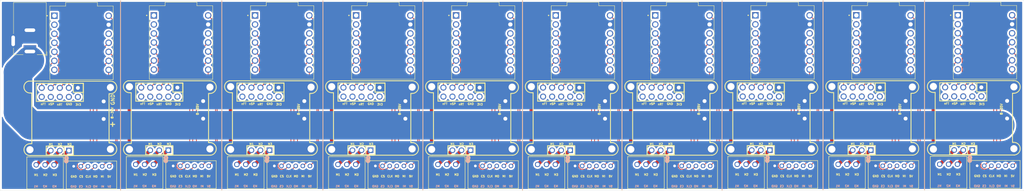
<source format=kicad_pcb>
(kicad_pcb (version 20240108) (generator "pcbnew") (generator_version "8.0")
  (layers (0 "F.Cu" signal "TopLayer") (31 "B.Cu" signal "BottomLayer") (34 "B.Paste" user "BottomPasteMaskLayer") (35 "F.Paste" user "TopPasteMaskLayer") (36 "B.SilkS" user "BottomSilkLayer") (37 "F.SilkS" user "TopSilkLayer") (38 "B.Mask" user "BottomSolderMaskLayer") (39 "F.Mask" user "TopSolderMaskLayer") (44 "Edge.Cuts" user "BoardOutLine"))
  (net 0 "")
  (net 1 "VCC")
  (net 2 "GND")
  (net 3 "Net-(U1-A9{slash}D9{slash}MISO)")
  (net 4 "Net-(U1-A8{slash}D8{slash}SCK)")
  (net 5 "Net-(U1-A10{slash}D10{slash}MOSI)")
  (net 6 "Net-(U1-A7{slash}D7{slash}RX)")
  (net 9 "Net-(U2-A3{slash}D3)")
  (net 11 "Net-(U1-D5{slash}SCL)")
  (net 12 "Net-(U1-A2{slash}D2)")
  (net 13 "Net-(U1-A3{slash}D3)")
  (net 16 "Net-(U1-D4{slash}SDA)")
  (net 21 "Net-(U1-5V)")
  (net 24 "Net-(U2-D5{slash}SCL)")
  (net 25 "Net-(U2-A2{slash}D2)")
  (net 26 "Net-(U2-D4{slash}SDA)")
  (net 28 "Net-(U3-A3{slash}D3)")
  (net 29 "Net-(U3-A2{slash}D2)")
  (net 31 "Net-(U3-D4{slash}SDA)")
  (net 34 "Net-(U3-D5{slash}SCL)")
  (net 37 "Net-(U4-A3{slash}D3)")
  (net 39 "Net-(U4-A2{slash}D2)")
  (net 41 "Net-(U4-D4{slash}SDA)")
  (net 42 "Net-(U4-D5{slash}SCL)")
  (net 44 "Net-(U5-A2{slash}D2)")
  (net 45 "Net-(U5-D4{slash}SDA)")
  (net 46 "Net-(U5-D5{slash}SCL)")
  (net 51 "Net-(U5-A3{slash}D3)")
  (net 55 "Net-(U6-A2{slash}D2)")
  (net 56 "Net-(U6-D4{slash}SDA)")
  (net 57 "Net-(U6-D5{slash}SCL)")
  (net 58 "Net-(U6-A3{slash}D3)")
  (net 61 "Net-(U7-A3{slash}D3)")
  (net 62 "Net-(U7-D5{slash}SCL)")
  (net 64 "Net-(U7-D4{slash}SDA)")
  (net 66 "Net-(U7-A2{slash}D2)")
  (net 68 "Net-(U8-A2{slash}D2)")
  (net 71 "Net-(U8-D5{slash}SCL)")
  (net 72 "Net-(U8-D4{slash}SDA)")
  (net 73 "Net-(U8-A3{slash}D3)")
  (net 78 "Net-(U9-A2{slash}D2)")
  (net 80 "Net-(U9-D4{slash}SDA)")
  (net 82 "Net-(U9-D5{slash}SCL)")
  (net 83 "Net-(U9-A3{slash}D3)")
  (net 85 "Net-(U10-A3{slash}D3)")
  (net 86 "Net-(U10-D5{slash}SCL)")
  (net 88 "Net-(U10-D4{slash}SDA)")
  (net 89 "Net-(U10-A2{slash}D2)")
  (net 92 "Net-(J1m1-Pad3)")
  (net 93 "Net-(J1m1-Pad2)")
  (net 94 "Net-(J1m1-Pad1)")
  (net 95 "Net-(J2m1-Pad2)")
  (net 96 "Net-(J2m1-Pad3)")
  (net 97 "Net-(J2m1-Pad1)")
  (net 98 "Net-(U2-A7{slash}D7{slash}RX)")
  (net 99 "Net-(U2-A10{slash}D10{slash}MOSI)")
  (net 100 "Net-(U2-A8{slash}D8{slash}SCK)")
  (net 101 "Net-(U2-A9{slash}D9{slash}MISO)")
  (net 102 "Net-(U2-5V)")
  (net 103 "Net-(J3m1-Pad2)")
  (net 104 "Net-(J3m1-Pad3)")
  (net 105 "Net-(J3m1-Pad1)")
  (net 106 "Net-(U3-5V)")
  (net 107 "Net-(U3-A7{slash}D7{slash}RX)")
  (net 108 "Net-(U3-A9{slash}D9{slash}MISO)")
  (net 109 "Net-(U3-A10{slash}D10{slash}MOSI)")
  (net 110 "Net-(U3-A8{slash}D8{slash}SCK)")
  (net 111 "Net-(J4m1-Pad2)")
  (net 112 "Net-(J4m1-Pad1)")
  (net 113 "Net-(J4m1-Pad3)")
  (net 114 "Net-(U4-A9{slash}D9{slash}MISO)")
  (net 115 "Net-(U4-A8{slash}D8{slash}SCK)")
  (net 116 "Net-(U4-5V)")
  (net 117 "Net-(U4-A10{slash}D10{slash}MOSI)")
  (net 118 "Net-(U4-A7{slash}D7{slash}RX)")
  (net 119 "Net-(J5m1-Pad2)")
  (net 120 "Net-(J5m1-Pad3)")
  (net 121 "Net-(J5m1-Pad1)")
  (net 122 "Net-(U5-A10{slash}D10{slash}MOSI)")
  (net 123 "Net-(U5-5V)")
  (net 124 "Net-(U5-A8{slash}D8{slash}SCK)")
  (net 125 "Net-(U5-A9{slash}D9{slash}MISO)")
  (net 126 "Net-(U5-A7{slash}D7{slash}RX)")
  (net 127 "Net-(J6m1-Pad1)")
  (net 128 "Net-(J6m1-Pad2)")
  (net 129 "Net-(J6m1-Pad3)")
  (net 130 "Net-(U6-A9{slash}D9{slash}MISO)")
  (net 131 "Net-(U6-A10{slash}D10{slash}MOSI)")
  (net 132 "Net-(U6-A8{slash}D8{slash}SCK)")
  (net 133 "Net-(U6-A7{slash}D7{slash}RX)")
  (net 134 "Net-(U6-5V)")
  (net 135 "Net-(J7m1-Pad1)")
  (net 136 "Net-(J7m1-Pad3)")
  (net 137 "Net-(J7m1-Pad2)")
  (net 138 "Net-(U7-A10{slash}D10{slash}MOSI)")
  (net 139 "Net-(U7-A8{slash}D8{slash}SCK)")
  (net 140 "Net-(U7-A9{slash}D9{slash}MISO)")
  (net 141 "Net-(U7-5V)")
  (net 142 "Net-(U7-A7{slash}D7{slash}RX)")
  (net 143 "Net-(J8m1-Pad2)")
  (net 144 "Net-(J8m1-Pad1)")
  (net 145 "Net-(J8m1-Pad3)")
  (net 146 "Net-(U8-A7{slash}D7{slash}RX)")
  (net 147 "Net-(U8-5V)")
  (net 148 "Net-(U8-A10{slash}D10{slash}MOSI)")
  (net 149 "Net-(U8-A8{slash}D8{slash}SCK)")
  (net 150 "Net-(U8-A9{slash}D9{slash}MISO)")
  (net 151 "Net-(J9m1-Pad2)")
  (net 152 "Net-(J9m1-Pad3)")
  (net 153 "Net-(J9m1-Pad1)")
  (net 154 "Net-(U9-5V)")
  (net 155 "Net-(U9-A9{slash}D9{slash}MISO)")
  (net 156 "Net-(U9-A7{slash}D7{slash}RX)")
  (net 157 "Net-(U9-A8{slash}D8{slash}SCK)")
  (net 158 "Net-(U9-A10{slash}D10{slash}MOSI)")
  (net 159 "Net-(J10m1-Pad2)")
  (net 160 "Net-(J10m1-Pad1)")
  (net 161 "Net-(J10m1-Pad3)")
  (net 162 "Net-(U10-A7{slash}D7{slash}RX)")
  (net 163 "Net-(U10-A9{slash}D9{slash}MISO)")
  (net 164 "Net-(U10-5V)")
  (net 165 "Net-(U10-A8{slash}D8{slash}SCK)")
  (net 166 "Net-(U10-A10{slash}D10{slash}MOSI)")
  (footprint "" (layer "F.Cu") (at 206.901957 105.425)
    (property "Reference" "")
    (property "Value" "")
  )
  (footprint "" (layer "F.Cu") (at 355.093 101.326)
    (property "Reference" "")
    (property "Value" "")
  )
  (footprint "exosuit_modular_board:CONN_S6B-PH-K-S_JST" (layer "F.Cu") (at 310.903085 123.684)
    (property "Reference" "J7s1" (hide yes))
    (property "Value" "S6B-PH-K-S")
  )
  (footprint "eda_simplefoc_mini:HDR-TH_10P-P2.54-V-F-R2-C5-S2.54" (layer "F.Cu") (at 138.223915 102.97 180)
    (property "Reference" "H1" (hide yes))
    (property "Value" "Female header2.54mm2*5p Straight" (hide yes))
  )
  (footprint "" (layer "F.Cu") (at 186.200957 101.361)
    (property "Reference" "")
    (property "Value" "")
  )
  (footprint "eda_simplefoc_mini:Pad_gge5124" (layer "F.Cu") (at 150.542915 105.51)
    (property "Reference" "Pad_gge5124" (hide yes))
    (property "Value" "Pad_gge5124" (hide yes))
  )
  (footprint "" (layer "F.Cu") (at 235.290015 105.425)
    (property "Reference" "")
    (property "Value" "")
  )
  (footprint "eda_simplefoc_mini:HDR-TH_10P-P2.54-V-F-R2-C5-S2.54" (layer "F.Cu") (at 251.053858 102.885 180)
    (property "Reference" "H5" (hide yes))
    (property "Value" "Female header2.54mm2*5p Straight" (hide yes))
  )
  (footprint "" (layer "F.Cu") (at 208.806957 118.887)
    (property "Reference" "")
    (property "Value" "")
  )
  (footprint "" (layer "F.Cu") (at 347.444 105.39)
    (property "Reference" "")
    (property "Value" "")
  )
  (footprint "" (layer "F.Cu") (at 298.62 101.355)
    (property "Reference" "")
    (property "Value" "")
  )
  (footprint "" (layer "F.Cu") (at 293.277858 118.887)
    (property "Reference" "")
    (property "Value" "")
  )
  (footprint "eda_simplefoc_mini:HDR-TH_3P-P2.54-V-F" (layer "F.Cu") (at 222.971015 119.268 180)
    (property "Reference" "P4" (hide yes))
    (property "Value" "Header-Female-2.54_1x3" (hide yes))
  )
  (footprint "exosuit_modular_board:MODULE_ADAFRUIT_QT_PY" (layer "F.Cu") (at 398.091085 88.85)
    (property "Reference" "U10" (hide yes))
    (property "Value" "ADAFRUIT_QT_PY")
  )
  (footprint "eda_simplefoc_mini:HDR-TH_3P-P2.54-V-F" (layer "F.Cu") (at 363.475 119.233 180)
    (property "Reference" "P9" (hide yes))
    (property "Value" "Header-Female-2.54_1x3" (hide yes))
  )
  (footprint "" (layer "F.Cu") (at 178.487915 110.378)
    (property "Reference" "")
    (property "Value" "")
  )
  (footprint "eda_simplefoc_mini:HDR-TH_10P-P2.54-V-F-R2-C5-S2.54" (layer "F.Cu") (at 307.002 102.879 180)
    (property "Reference" "H7" (hide yes))
    (property "Value" "Female header2.54mm2*5p Straight" (hide yes))
  )
  (footprint "exosuit_modular_board:CONN_S3B-EH_JST" (layer "F.Cu") (at 249.425043 123.2699 180)
    (property "Reference" "J5m1" (hide yes))
    (property "Value" "S3B-EH")
  )
  (footprint "" (layer "F.Cu") (at 375.794 110.343)
    (property "Reference" "")
    (property "Value" "")
  )
  (footprint "" (layer "F.Cu") (at 180.392915 101.488)
    (property "Reference" "")
    (property "Value" "")
  )
  (footprint "" (layer "F.Cu") (at 242.671858 119.014)
    (property "Reference" "")
    (property "Value" "")
  )
  (footprint "" (layer "F.Cu") (at 347.444 110.343)
    (property "Reference" "")
    (property "Value" "")
  )
  (footprint "eda_simplefoc_mini:HDR-TH_3P-P2.54-V-F" (layer "F.Cu") (at 335.125 119.233 180)
    (property "Reference" "P8" (hide yes))
    (property "Value" "Header-Female-2.54_1x3" (hide yes))
  )
  (footprint "" (layer "F.Cu") (at 157.786915 101.361)
    (property "Reference" "")
    (property "Value" "")
  )
  (footprint "exosuit_modular_board:CONN_S6B-PH-K-S_JST" (layer "F.Cu") (at 142.125 123.775)
    (property "Reference" "J1s1" (hide yes))
    (property "Value" "S6B-PH-K-S")
  )
  (footprint "exosuit_modular_board:MODULE_ADAFRUIT_QT_PY" (layer "F.Cu") (at 144.325 89)
    (property "Reference" "U1" (hide yes))
    (property "Value" "ADAFRUIT_QT_PY")
  )
  (footprint "exosuit_modular_board:MODULE_ADAFRUIT_QT_PY" (layer "F.Cu") (at 341.226085 88.88)
    (property "Reference" "U8" (hide yes))
    (property "Value" "ADAFRUIT_QT_PY")
  )
  (footprint "" (layer "F.Cu") (at 186.200957 119.014)
    (property "Reference" "")
    (property "Value" "")
  )
  (footprint "exosuit_modular_board:MODULE_ADAFRUIT_QT_PY" (layer "F.Cu") (at 257.154943 88.915)
    (property "Reference" "U5" (hide yes))
    (property "Value" "ADAFRUIT_QT_PY")
  )
  (footprint "exosuit_modular_board:CONN_S6B-PH-K-S_JST" (layer "F.Cu") (at 170.07 123.69)
    (property "Reference" "J2s1" (hide yes))
    (property "Value" "S6B-PH-K-S")
  )
  (footprint "eda_simplefoc_mini:Pad_gge5154" (layer "F.Cu") (at 150.542915 110.463)
    (property "Reference" "Pad_gge5154" (hide yes))
    (property "Value" "Pad_gge5154" (hide yes))
  )
  (footprint "" (layer "F.Cu") (at 404.309 105.36)
    (property "Reference" "")
    (property "Value" "")
  )
  (footprint "exosuit_modular_board:CONN_S3B-EH_JST" (layer "F.Cu") (at 361.846185 123.2349 180)
    (property "Reference" "J9m1" (hide yes))
    (property "Value" "S3B-EH")
  )
  (footprint "exosuit_modular_board:CONN_S3B-EH_JST" (layer "F.Cu") (at 136.5951 123.3549 180)
    (property "Reference" "J1m1" (hide yes))
    (property "Value" "S3B-EH")
  )
  (footprint "Connector_BarrelJack:BarrelJack_Horizontal" (layer "F.Cu") (at 129.825 91.45 -90)
    (property "Reference" "BJ1" (hide yes))
    (property "Value" "Barrel_Jack_Switch_Pin3Ring" (hide yes))
  )
  (footprint "" (layer "F.Cu") (at 270.671858 101.361)
    (property "Reference" "")
    (property "Value" "")
  )
  (footprint "" (layer "F.Cu") (at 321.226 118.881)
    (property "Reference" "")
    (property "Value" "")
  )
  (footprint "exosuit_modular_board:CONN_S6B-PH-K-S_JST" (layer "F.Cu") (at 367.376085 123.655)
    (property "Reference" "J9s1" (hide yes))
    (property "Value" "S6B-PH-K-S")
  )
  (footprint "eda_simplefoc_mini:Pad_gge7437" (layer "F.Cu") (at 152.447915 101.573)
    (property "Reference" "Pad_gge7437" (hide yes))
    (property "Value" "Pad_gge7437" (hide yes))
  )
  (footprint "eda_simplefoc_mini:HDR-TH_3P-P2.54-V-F" (layer "F.Cu") (at 251.053858 119.268 180)
    (property "Reference" "P5" (hide yes))
    (property "Value" "Header-Female-2.54_1x3" (hide yes))
  )
  (footprint "" (layer "F.Cu") (at 321.226 101.482)
    (property "Reference" "")
    (property "Value" "")
  )
  (footprint "eda_simplefoc_mini:HDR-TH_3P-P2.54-V-F" (layer "F.Cu") (at 166.168915 119.268 180)
    (property "Reference" "P2" (hide yes))
    (property "Value" "Header-Female-2.54_1x3" (hide yes))
  )
  (footprint "exosuit_modular_board:CONN_S6B-PH-K-S_JST" (layer "F.Cu") (at 254.954943 123.69)
    (property "Reference" "J5s1" (hide yes))
    (property "Value" "S6B-PH-K-S")
  )
  (footprint "" (layer "F.Cu") (at 319.321 105.419)
    (property "Reference" "")
    (property "Value" "")
  )
  (footprint "eda_simplefoc_mini:HDR-TH_3P-P2.54-V-F" (layer "F.Cu") (at 391.99 119.203 180)
    (property "Reference" "P10" (hide yes))
    (property "Value" "Header-Female-2.54_1x3" (hide yes))
  )
  (footprint "" (layer "F.Cu") (at 263.372858 105.425)
    (property "Reference" "")
    (property "Value" "")
  )
  (footprint "exosuit_modular_board:CONN_S3B-EH_JST" (layer "F.Cu") (at 333.496185 123.2349 180)
    (property "Reference" "J8m1" (hide yes))
    (property "Value" "S3B-EH")
  )
  (footprint "" (layer "F.Cu") (at 180.392915 118.887)
    (property "Reference" "")
    (property "Value" "")
  )
  (footprint "" (layer "F.Cu") (at 319.321 110.372)
    (property "Reference" "")
    (property "Value" "")
  )
  (footprint "eda_simplefoc_mini:HDR-TH_10P-P2.54-V-F-R2-C5-S2.54" (layer "F.Cu") (at 222.971015 102.885 180)
    (property "Reference" "H4" (hide yes))
    (property "Value" "Female header2.54mm2*5p Straight" (hide yes))
  )
  (footprint "" (layer "F.Cu") (at 326.743 118.979)
    (property "Reference" "")
    (property "Value" "")
  )
  (footprint "" (layer "F.Cu") (at 208.806957 101.488)
    (property "Reference" "")
    (property "Value" "")
  )
  (footprint "eda_simplefoc_mini:HDR-TH_3P-P2.54-V-F" (layer "F.Cu") (at 279.053858 119.268 180)
    (property "Reference" "P6" (hide yes))
    (property "Value" "Header-Female-2.54_1x3" (hide yes))
  )
  (footprint "exosuit_modular_board:CONN_S3B-EH_JST" (layer "F.Cu") (at 164.5401 123.2699 180)
    (property "Reference" "J2m1" (hide yes))
    (property "Value" "S3B-EH")
  )
  (footprint "" (layer "F.Cu") (at 237.195015 118.887)
    (property "Reference" "")
    (property "Value" "")
  )
  (footprint "eda_simplefoc_mini:HDR-TH_10P-P2.54-V-F-R2-C5-S2.54" (layer "F.Cu") (at 194.582957 102.885 180)
    (property "Reference" "H3" (hide yes))
    (property "Value" "Female header2.54mm2*5p Straight" (hide yes))
  )
  (footprint "exosuit_modular_board:CONN_S6B-PH-K-S_JST" (layer "F.Cu") (at 282.954943 123.69)
    (property "Reference" "J6s1" (hide yes))
    (property "Value" "S6B-PH-K-S")
  )
  (footprint "eda_simplefoc_mini:Pad_gge5250" (layer "F.Cu") (at 152.447915 118.972)
    (property "Reference" "Pad_gge5250" (hide yes))
    (property "Value" "Pad_gge5250" (hide yes))
  )
  (footprint "" (layer "F.Cu") (at 298.62 119.008)
    (property "Reference" "")
    (property "Value" "")
  )
  (footprint "" (layer "F.Cu") (at 214.589015 119.014)
    (property "Reference" "")
    (property "Value" "")
  )
  (footprint "" (layer "F.Cu") (at 349.349 101.453)
    (property "Reference" "")
    (property "Value" "")
  )
  (footprint "exosuit_modular_board:CONN_S3B-EH_JST" (layer "F.Cu") (at 277.425043 123.2699 180)
    (property "Reference" "J6m1" (hide yes))
    (property "Value" "S3B-EH")
  )
  (footprint "eda_simplefoc_mini:HDR-TH_10P-P2.54-V-F-R2-C5-S2.54" (layer "F.Cu") (at 279.053858 102.885 180)
    (property "Reference" "H6" (hide yes))
    (property "Value" "Female header2.54mm2*5p Straight" (hide yes))
  )
  (footprint "" (layer "F.Cu") (at 235.290015 110.378)
    (property "Reference" "")
    (property "Value" "")
  )
  (footprint "exosuit_modular_board:CONN_S6B-PH-K-S_JST" (layer "F.Cu") (at 226.8721 123.69)
    (property "Reference" "J4s1" (hide yes))
    (property "Value" "S6B-PH-K-S")
  )
  (footprint "exosuit_modular_board:CONN_S6B-PH-K-S_JST" (layer "F.Cu") (at 395.891085 123.625)
    (property "Reference" "J10s1" (hide yes))
    (property "Value" "S6B-PH-K-S")
  )
  (footprint "exosuit_modular_board:CONN_S3B-EH_JST" (layer "F.Cu") (at 192.954142 123.2699 180)
    (property "Reference" "J3m1" (hide yes))
    (property "Value" "S3B-EH")
  )
  (footprint "" (layer "F.Cu") (at 383.608 101.296)
    (property "Reference" "")
    (property "Value" "")
  )
  (footprint "eda_simplefoc_mini:HDR-TH_3P-P2.54-V-F" (layer "F.Cu") (at 138.223915 119.353 180)
    (property "Reference" "P1" (hide yes))
    (property "Value" "Header-Female-2.54_1x3" (hide yes))
  )
  (footprint "exosuit_modular_board:MODULE_ADAFRUIT_QT_PY" (layer "F.Cu") (at 285.154943 88.915)
    (property "Reference" "U6" (hide yes))
    (property "Value" "ADAFRUIT_QT_PY")
  )
  (footprint "exosuit_modular_board:MODULE_ADAFRUIT_QT_PY" (layer "F.Cu") (at 200.684042 88.915)
    (property "Reference" "U3" (hide yes))
    (property "Value" "ADAFRUIT_QT_PY")
  )
  (footprint "" (layer "F.Cu") (at 291.372858 110.378)
    (property "Reference" "")
    (property "Value" "")
  )
  (footprint "" (layer "F.Cu") (at 404.309 110.313)
    (property "Reference" "")
    (property "Value" "")
  )
  (footprint "" (layer "F.Cu") (at 265.277858 101.488)
    (property "Reference" "")
    (property "Value" "")
  )
  (footprint "" (layer "F.Cu") (at 377.699 101.453)
    (property "Reference" "")
    (property "Value" "")
  )
  (footprint "" (layer "F.Cu") (at 326.743 101.326)
    (property "Reference" "")
    (property "Value" "")
  )
  (footprint "" (layer "F.Cu") (at 214.589015 101.361)
    (property "Reference" "")
    (property "Value" "")
  )
  (footprint "" (layer "F.Cu") (at 293.277858 101.488)
    (property "Reference" "")
    (property "Value" "")
  )
  (footprint "eda_simplefoc_mini:HDR-TH_10P-P2.54-V-F-R2-C5-S2.54" (layer "F.Cu") (at 391.99 102.82 180)
    (property "Reference" "H10" (hide yes))
    (property "Value" "Female header2.54mm2*5p Straight" (hide yes))
  )
  (footprint "" (layer "F.Cu") (at 206.901957 110.378)
    (property "Reference" "")
    (property "Value" "")
  )
  (footprint "exosuit_modular_board:MODULE_ADAFRUIT_QT_PY" (layer "F.Cu") (at 313.103085 88.909)
    (property "Reference" "U7" (hide yes))
    (property "Value" "ADAFRUIT_QT_PY")
  )
  (footprint "exosuit_modular_board:CONN_S6B-PH-K-S_JST" (layer "F.Cu") (at 339.026085 123.655)
    (property "Reference" "J8s1" (hide yes))
    (property "Value" "S6B-PH-K-S")
  )
  (footprint "" (layer "F.Cu") (at 383.608 118.949)
    (property "Reference" "")
    (property "Value" "")
  )
  (footprint "" (layer "F.Cu") (at 242.671858 101.361)
    (property "Reference" "")
    (property "Value" "")
  )
  (footprint "" (layer "F.Cu") (at 406.214 118.822)
    (property "Reference" "")
    (property "Value" "")
  )
  (footprint "exosuit_modular_board:CONN_S3B-EH_JST" (layer "F.Cu") (at 390.361185 123.2049 180)
    (property "Reference" "J10m1" (hide yes))
    (property "Value" "S3B-EH")
  )
  (footprint "" (layer "F.Cu") (at 237.195015 101.488)
    (property "Reference" "")
    (property "Value" "")
  )
  (footprint "exosuit_modular_board:CONN_S3B-EH_JST" (layer "F.Cu") (at 221.3422 123.2699 180)
    (property "Reference" "J4m1" (hide yes))
    (property "Value" "S3B-EH")
  )
  (footprint "exosuit_modular_board:MODULE_ADAFRUIT_QT_PY" (layer "F.Cu") (at 369.576085 88.88)
    (property "Reference" "U9" (hide yes))
    (property "Value" "ADAFRUIT_QT_PY")
  )
  (footprint "eda_simplefoc_mini:HDR-TH_10P-P2.54-V-F-R2-C5-S2.54" (layer "F.Cu") (at 363.475 102.85 180)
    (property "Reference" "H9" (hide yes))
    (property "Value" "Female header2.54mm2*5p Straight" (hide yes))
  )
  (footprint "eda_simplefoc_mini:Pad_gge5349" (layer "F.Cu") (at 129.841915 119.099)
    (property "Reference" "Pad_gge5349" (hide yes))
    (property "Value" "Pad_gge5349" (hide yes))
  )
  (footprint "" (layer "F.Cu") (at 263.372858 110.378)
    (property "Reference" "")
    (property "Value" "")
  )
  (footprint "" (layer "F.Cu") (at 270.671858 119.014)
    (property "Reference" "")
    (property "Value" "")
  )
  (footprint "exosuit_modular_board:MODULE_ADAFRUIT_QT_PY" (layer "F.Cu") (at 172.27 88.915)
    (property "Reference" "U2" (hide yes))
    (property "Value" "ADAFRUIT_QT_PY")
  )
  (footprint "" (layer "F.Cu") (at 291.372858 105.425)
    (property "Reference" "")
    (property "Value" "")
  )
  (footprint "" (layer "F.Cu") (at 265.277858 118.887)
    (property "Reference" "")
    (property "Value" "")
  )
  (footprint "" (layer "F.Cu") (at 157.786915 119.014)
    (property "Reference" "")
    (property "Value" "")
  )
  (footprint "" (layer "F.Cu") (at 377.699 118.852)
    (property "Reference" "")
    (property "Value" "")
  )
  (footprint "" (layer "F.Cu") (at 178.487915 105.425)
    (property "Reference" "")
    (property "Value" "")
  )
  (footprint "eda_simplefoc_mini:HDR-TH_10P-P2.54-V-F-R2-C5-S2.54" (layer "F.Cu") (at 335.125 102.85 180)
    (property "Reference" "H8" (hide yes))
    (property "Value" "Female header2.54mm2*5p Straight" (hide yes))
  )
  (footprint "" (layer "F.Cu") (at 355.093 118.979)
    (property "Reference" "")
    (property "Value" "")
  )
  (footprint "eda_simplefoc_mini:HDR-TH_3P-P2.54-V-F" (layer "F.Cu") (at 194.582957 119.268 180)
    (property "Reference" "P3" (hide yes))
    (property "Value" "Header-Female-2.54_1x3" (hide yes))
  )
  (footprint "" (layer "F.Cu") (at 375.794 105.39)
    (property "Reference" "")
    (property "Value" "")
  )
  (footprint "eda_simplefoc_mini:HDR-TH_3P-P2.54-V-F" (layer "F.Cu") (at 307.002 119.262 180)
    (property "Reference" "P7" (hide yes))
    (property "Value" "Header-Female-2.54_1x3" (hide yes))
  )
  (footprint "eda_simplefoc_mini:HDR-TH_10P-P2.54-V-F-R2-C5-S2.54" (layer "F.Cu") (at 166.168915 102.885 180)
    (property "Reference" "H2" (hide yes))
    (property "Value" "Female header2.54mm2*5p Straight" (hide yes))
  )
  (footprint "exosuit_modular_board:CONN_S6B-PH-K-S_JST" (layer "F.Cu") (at 198.484042 123.69)
    (property "Reference" "J3s1" (hide yes))
    (property "Value" "S6B-PH-K-S")
  )
  (footprint "" (layer "F.Cu") (at 349.349 118.852)
    (property "Reference" "")
    (property "Value" "")
  )
  (footprint "exosuit_modular_board:CONN_S3B-EH_JST" (layer "F.Cu") (at 305.373185 123.2639 180)
    (property "Reference" "J7m1" (hide yes))
    (property "Value" "S3B-EH")
  )
  (footprint "exosuit_modular_board:MODULE_ADAFRUIT_QT_PY" (layer "F.Cu") (at 229.0721 88.915)
    (property "Reference" "U4" (hide yes))
    (property "Value" "ADAFRUIT_QT_PY")
  )
  (footprint "" (layer "F.Cu") (at 406.214 101.423)
    (property "Reference" "")
    (property "Value" "")
  )
  (gr_line (start 183.72 77.175) (end 183.72 130.45) (stroke (width 0.2)) (layer "B.SilkS"))
  (gr_line (start 155.3 77.175) (end 155.300043 130.475) (stroke (width 0.2)) (layer "B.SilkS"))
  (gr_line (start 324.262043 77.175) (end 324.262043 130.5) (stroke (width 0.2)) (layer "B.SilkS"))
  (gr_line (start 268.190901 77.125) (end 268.190901 130.5) (stroke (width 0.2)) (layer "B.SilkS"))
  (gr_line (start 381.127043 77.15) (end 381.127043 130.425) (stroke (width 0.2)) (layer "B.SilkS"))
  (gr_line (start 296.139043 77.15) (end 296.139043 130.45) (stroke (width 0.2)) (layer "B.SilkS"))
  (gr_line (start 212.108058 77.2) (end 212.108058 130.45) (stroke (width 0.2)) (layer "B.SilkS"))
  (gr_line (start 352.612043 77.125) (end 352.612043 130.4) (stroke (width 0.2)) (layer "B.SilkS"))
  (gr_line (start 240.190901 77.175) (end 240.190901 130.45) (stroke (width 0.2)) (layer "B.SilkS"))
  (gr_line (start 271.172258 103.0603) (end 271.187458 117.3351) (stroke (width 0.254)) (layer "F.SilkS"))
  (gr_arc (start 377.572083 99.675) (mid 379.480604 101.395773) (end 377.68637 103.235403) (stroke (width 0.254)) (layer "F.SilkS"))
  (gr_line (start 377.68637 103.235403) (end 377.318 103.2513) (stroke (width 0.254)) (layer "F.SilkS"))
  (gr_line (start 186.278785 103.053566) (end 186.701357 103.0603) (stroke (width 0.254)) (layer "F.SilkS"))
  (gr_line (start 326.820828 103.018566) (end 327.2434 103.0253) (stroke (width 0.254)) (layer "F.SilkS"))
  (gr_line (start 265.150941 99.71) (end 242.290901 99.71) (stroke (width 0.254)) (layer "F.SilkS"))
  (gr_arc (start 157.864743 103.053566) (mid 156.108287 101.591318) (end 157.405958 99.71) (stroke (width 0.254)) (layer "F.SilkS"))
  (gr_line (start 355.5934 103.0253) (end 355.6086 117.3001) (stroke (width 0.254)) (layer "F.SilkS"))
  (gr_line (start 152.320998 99.795) (end 129.460958 99.795) (stroke (width 0.254)) (layer "F.SilkS"))
  (gr_arc (start 242.926004 120.665) (mid 241.00327 119.095164) (end 242.764537 117.346097) (stroke (width 0.254)) (layer "F.SilkS"))
  (gr_line (start 406.087083 99.645) (end 383.227043 99.645) (stroke (width 0.254)) (layer "F.SilkS"))
  (gr_line (start 158.041061 120.665) (end 180.52 120.665) (stroke (width 0.254)) (layer "F.SilkS"))
  (gr_arc (start 270.749686 103.053566) (mid 268.99323 101.591318) (end 270.290901 99.71) (stroke (width 0.254)) (layer "F.SilkS"))
  (gr_arc (start 270.926004 120.665) (mid 269.00327 119.095164) (end 270.764537 117.346097) (stroke (width 0.254)) (layer "F.SilkS"))
  (gr_line (start 377.318 103.2513) (end 377.318 117.0638) (stroke (width 0.254)) (layer "F.SilkS"))
  (gr_line (start 324.262043 77.175) (end 324.262043 130.5) (stroke (width 0.2)) (layer "F.SilkS"))
  (gr_line (start 270.926004 120.665) (end 293.404943 120.665) (stroke (width 0.254)) (layer "F.SilkS"))
  (gr_arc (start 406.138422 117.041143) (mid 407.99357 118.720698) (end 406.341085 120.6) (stroke (width 0.254)) (layer "F.SilkS"))
  (gr_line (start 130.342315 103.1453) (end 130.357515 117.4201) (stroke (width 0.254)) (layer "F.SilkS"))
  (gr_line (start 237.119437 117.106143) (end 236.814015 117.0988) (stroke (width 0.254)) (layer "F.SilkS"))
  (gr_line (start 298.874146 120.659) (end 321.353085 120.659) (stroke (width 0.254)) (layer "F.SilkS"))
  (gr_arc (start 355.347146 120.63) (mid 353.424412 119.060164) (end 355.185679 117.311097) (stroke (width 0.254)) (layer "F.SilkS"))
  (gr_line (start 212.108058 77.2) (end 212.108058 130.45) (stroke (width 0.2)) (layer "F.SilkS"))
  (gr_line (start 355.185679 117.311097) (end 355.6086 117.3001) (stroke (width 0.254)) (layer "F.SilkS"))
  (gr_line (start 214.666843 103.053566) (end 215.089415 103.0603) (stroke (width 0.254)) (layer "F.SilkS"))
  (gr_arc (start 130.096061 120.75) (mid 128.173327 119.180174) (end 129.934594 117.431097) (stroke (width 0.254)) (layer "F.SilkS"))
  (gr_line (start 186.701357 103.0603) (end 186.716557 117.3351) (stroke (width 0.254)) (layer "F.SilkS"))
  (gr_line (start 296.139043 77.15) (end 296.139043 130.45) (stroke (width 0.2)) (layer "F.SilkS"))
  (gr_line (start 183.72 77.175) (end 183.72 130.45) (stroke (width 0.2)) (layer "F.SilkS"))
  (gr_line (start 293.150941 99.71) (end 270.290901 99.71) (stroke (width 0.254)) (layer "F.SilkS"))
  (gr_line (start 155.300043 77.175) (end 155.3 130.475) (stroke (width 0.2)) (layer "F.SilkS"))
  (gr_line (start 349.273422 117.071143) (end 348.968 117.0638) (stroke (width 0.254)) (layer "F.SilkS"))
  (gr_arc (start 383.862146 120.6) (mid 381.939412 119.030164) (end 383.700679 117.281097) (stroke (width 0.254)) (layer "F.SilkS"))
  (gr_line (start 208.425957 103.2863) (end 208.425957 117.0988) (stroke (width 0.254)) (layer "F.SilkS"))
  (gr_line (start 383.862146 120.6) (end 406.341085 120.6) (stroke (width 0.254)) (layer "F.SilkS"))
  (gr_line (start 152.372337 117.191143) (end 152.066915 117.1838) (stroke (width 0.254)) (layer "F.SilkS"))
  (gr_line (start 298.697828 103.047566) (end 299.1204 103.0543) (stroke (width 0.254)) (layer "F.SilkS"))
  (gr_arc (start 237.119437 117.106143) (mid 238.974585 118.785698) (end 237.3221 120.665) (stroke (width 0.254)) (layer "F.SilkS"))
  (gr_arc (start 152.372337 117.191143) (mid 154.227492 118.870661) (end 152.575 120.75) (stroke (width 0.254)) (layer "F.SilkS"))
  (gr_line (start 381.127043 77.15) (end 381.127043 130.425) (stroke (width 0.2)) (layer "F.SilkS"))
  (gr_arc (start 242.749686 103.053566) (mid 240.99323 101.591318) (end 242.290901 99.71) (stroke (width 0.254)) (layer "F.SilkS"))
  (gr_line (start 270.764537 117.346097) (end 271.187458 117.3351) (stroke (width 0.254)) (layer "F.SilkS"))
  (gr_line (start 265.20228 117.106143) (end 264.896858 117.0988) (stroke (width 0.254)) (layer "F.SilkS"))
  (gr_line (start 157.864743 103.053566) (end 158.287315 103.0603) (stroke (width 0.254)) (layer "F.SilkS"))
  (gr_line (start 383.685828 102.988566) (end 384.1084 102.9953) (stroke (width 0.254)) (layer "F.SilkS"))
  (gr_arc (start 186.278785 103.053566) (mid 184.522329 101.591318) (end 185.82 99.71) (stroke (width 0.254)) (layer "F.SilkS"))
  (gr_line (start 321.150422 117.100143) (end 320.845 117.0928) (stroke (width 0.254)) (layer "F.SilkS"))
  (gr_arc (start 326.820828 103.018566) (mid 325.064372 101.556318) (end 326.362043 99.675) (stroke (width 0.254)) (layer "F.SilkS"))
  (gr_line (start 242.749686 103.053566) (end 243.172258 103.0603) (stroke (width 0.254)) (layer "F.SilkS"))
  (gr_line (start 406.138422 117.041143) (end 405.833 117.0338) (stroke (width 0.254)) (layer "F.SilkS"))
  (gr_arc (start 158.041061 120.665) (mid 156.118327 119.095164) (end 157.879594 117.346097) (stroke (width 0.254)) (layer "F.SilkS"))
  (gr_line (start 377.623422 117.071143) (end 377.318 117.0638) (stroke (width 0.254)) (layer "F.SilkS"))
  (gr_arc (start 265.20228 117.106143) (mid 267.057429 118.785699) (end 265.404943 120.665) (stroke (width 0.254)) (layer "F.SilkS"))
  (gr_arc (start 293.20228 117.106143) (mid 295.057428 118.785698) (end 293.404943 120.665) (stroke (width 0.254)) (layer "F.SilkS"))
  (gr_line (start 355.347146 120.63) (end 377.826085 120.63) (stroke (width 0.254)) (layer "F.SilkS"))
  (gr_line (start 242.926004 120.665) (end 265.404943 120.665) (stroke (width 0.254)) (layer "F.SilkS"))
  (gr_line (start 321.099083 99.704) (end 298.239043 99.704) (stroke (width 0.254)) (layer "F.SilkS"))
  (gr_line (start 236.814015 103.2863) (end 236.814015 117.0988) (stroke (width 0.254)) (layer "F.SilkS"))
  (gr_arc (start 298.697828 103.047566) (mid 296.941372 101.585318) (end 298.239043 99.704) (stroke (width 0.254)) (layer "F.SilkS"))
  (gr_line (start 130.096061 120.75) (end 152.575 120.75) (stroke (width 0.254)) (layer "F.SilkS"))
  (gr_line (start 293.265228 103.270403) (end 292.896858 103.2863) (stroke (width 0.254)) (layer "F.SilkS"))
  (gr_line (start 152.066915 103.3713) (end 152.066915 117.1838) (stroke (width 0.254)) (layer "F.SilkS"))
  (gr_arc (start 321.150422 117.100143) (mid 323.00557 118.779698) (end 321.353085 120.659) (stroke (width 0.254)) (layer "F.SilkS"))
  (gr_arc (start 180.265998 99.71) (mid 182.17452 101.430774) (end 180.380285 103.270403) (stroke (width 0.254)) (layer "F.SilkS"))
  (gr_line (start 186.293636 117.346097) (end 186.716557 117.3351) (stroke (width 0.254)) (layer "F.SilkS"))
  (gr_line (start 326.835679 117.311097) (end 327.2586 117.3001) (stroke (width 0.254)) (layer "F.SilkS"))
  (gr_line (start 180.011915 103.2863) (end 180.011915 117.0988) (stroke (width 0.254)) (layer "F.SilkS"))
  (gr_line (start 240.190901 77.175) (end 240.190901 130.45) (stroke (width 0.2)) (layer "F.SilkS"))
  (gr_line (start 270.749686 103.053566) (end 271.172258 103.0603) (stroke (width 0.254)) (layer "F.SilkS"))
  (gr_arc (start 383.685828 102.988566) (mid 381.929372 101.526318) (end 383.227043 99.645) (stroke (width 0.254)) (layer "F.SilkS"))
  (gr_line (start 326.997146 120.63) (end 349.476085 120.63) (stroke (width 0.254)) (layer "F.SilkS"))
  (gr_line (start 242.764537 117.346097) (end 243.187458 117.3351) (stroke (width 0.254)) (layer "F.SilkS"))
  (gr_arc (start 406.087083 99.645) (mid 407.995604 101.365773) (end 406.20137 103.205403) (stroke (width 0.254)) (layer "F.SilkS"))
  (gr_line (start 405.833 103.2213) (end 405.833 117.0338) (stroke (width 0.254)) (layer "F.SilkS"))
  (gr_line (start 237.068098 99.71) (end 214.208058 99.71) (stroke (width 0.254)) (layer "F.SilkS"))
  (gr_arc (start 214.666843 103.053566) (mid 212.910387 101.591318) (end 214.208058 99.71) (stroke (width 0.254)) (layer "F.SilkS"))
  (gr_arc (start 293.150941 99.71) (mid 295.059462 101.430773) (end 293.265228 103.270403) (stroke (width 0.254)) (layer "F.SilkS"))
  (gr_line (start 180.380285 103.270403) (end 180.011915 103.2863) (stroke (width 0.254)) (layer "F.SilkS"))
  (gr_line (start 268.190901 77.125) (end 268.190901 130.5) (stroke (width 0.2)) (layer "F.SilkS"))
  (gr_line (start 265.265228 103.270403) (end 264.896858 103.2863) (stroke (width 0.254)) (layer "F.SilkS"))
  (gr_line (start 152.435285 103.355403) (end 152.066915 103.3713) (stroke (width 0.254)) (layer "F.SilkS"))
  (gr_line (start 214.843161 120.665) (end 237.3221 120.665) (stroke (width 0.254)) (layer "F.SilkS"))
  (gr_arc (start 349.222083 99.675) (mid 351.130604 101.395773) (end 349.33637 103.235403) (stroke (width 0.254)) (layer "F.SilkS"))
  (gr_line (start 208.731379 117.106143) (end 208.425957 117.0988) (stroke (width 0.254)) (layer "F.SilkS"))
  (gr_line (start 186.455103 120.665) (end 208.934042 120.665) (stroke (width 0.254)) (layer "F.SilkS"))
  (gr_arc (start 321.099083 99.704) (mid 323.007604 101.424773) (end 321.21337 103.264403) (stroke (width 0.254)) (layer "F.SilkS"))
  (gr_line (start 327.2434 103.0253) (end 327.2586 117.3001) (stroke (width 0.254)) (layer "F.SilkS"))
  (gr_line (start 129.934594 117.431097) (end 130.357515 117.4201) (stroke (width 0.254)) (layer "F.SilkS"))
  (gr_line (start 349.33637 103.235403) (end 348.968 103.2513) (stroke (width 0.254)) (layer "F.SilkS"))
  (gr_line (start 180.317337 117.106143) (end 180.011915 117.0988) (stroke (width 0.254)) (layer "F.SilkS"))
  (gr_line (start 384.1084 102.9953) (end 384.1236 117.2701) (stroke (width 0.254)) (layer "F.SilkS"))
  (gr_line (start 352.612043 77.125) (end 352.612043 130.4) (stroke (width 0.2)) (layer "F.SilkS"))
  (gr_line (start 214.681694 117.346097) (end 215.104615 117.3351) (stroke (width 0.254)) (layer "F.SilkS"))
  (gr_line (start 377.572083 99.675) (end 354.712043 99.675) (stroke (width 0.254)) (layer "F.SilkS"))
  (gr_arc (start 298.874146 120.659) (mid 296.951412 119.089164) (end 298.712679 117.340097) (stroke (width 0.254)) (layer "F.SilkS"))
  (gr_line (start 208.68004 99.71) (end 185.82 99.71) (stroke (width 0.254)) (layer "F.SilkS"))
  (gr_arc (start 214.843161 120.665) (mid 212.920427 119.095164) (end 214.681694 117.346097) (stroke (width 0.254)) (layer "F.SilkS"))
  (gr_arc (start 129.919743 103.138566) (mid 128.163289 101.67633) (end 129.460958 99.795) (stroke (width 0.254)) (layer "F.SilkS"))
  (gr_line (start 320.845 103.2803) (end 320.845 117.0928) (stroke (width 0.254)) (layer "F.SilkS"))
  (gr_line (start 208.794327 103.270403) (end 208.425957 103.2863) (stroke (width 0.254)) (layer "F.SilkS"))
  (gr_arc (start 349.273422 117.071143) (mid 351.12857 118.750698) (end 349.476085 120.63) (stroke (width 0.254)) (layer "F.SilkS"))
  (gr_line (start 215.089415 103.0603) (end 215.104615 117.3351) (stroke (width 0.254)) (layer "F.SilkS"))
  (gr_line (start 355.170828 103.018566) (end 355.5934 103.0253) (stroke (width 0.254)) (layer "F.SilkS"))
  (gr_line (start 292.896858 103.2863) (end 292.896858 117.0988) (stroke (width 0.254)) (layer "F.SilkS"))
  (gr_line (start 321.21337 103.264403) (end 320.845 103.2803) (stroke (width 0.254)) (layer "F.SilkS"))
  (gr_line (start 243.172258 103.0603) (end 243.187458 117.3351) (stroke (width 0.254)) (layer "F.SilkS"))
  (gr_arc (start 237.068098 99.71) (mid 238.976619 101.430773) (end 237.182385 103.270403) (stroke (width 0.254)) (layer "F.SilkS"))
  (gr_line (start 406.20137 103.205403) (end 405.833 103.2213) (stroke (width 0.254)) (layer "F.SilkS"))
  (gr_line (start 180.265998 99.71) (end 157.405958 99.71) (stroke (width 0.254)) (layer "F.SilkS"))
  (gr_line (start 298.712679 117.340097) (end 299.1356 117.3291) (stroke (width 0.254)) (layer "F.SilkS"))
  (gr_arc (start 186.455103 120.665) (mid 184.532369 119.095164) (end 186.293636 117.346097) (stroke (width 0.254)) (layer "F.SilkS"))
  (gr_line (start 157.879594 117.346097) (end 158.302515 117.3351) (stroke (width 0.254)) (layer "F.SilkS"))
  (gr_arc (start 265.150941 99.71) (mid 267.059462 101.430774) (end 265.265228 103.270403) (stroke (width 0.254)) (layer "F.SilkS"))
  (gr_line (start 129.919743 103.138566) (end 130.342315 103.1453) (stroke (width 0.254)) (layer "F.SilkS"))
  (gr_arc (start 377.623422 117.071143) (mid 379.47857 118.750698) (end 377.826085 120.63) (stroke (width 0.254)) (layer "F.SilkS"))
  (gr_line (start 299.1204 103.0543) (end 299.1356 117.3291) (stroke (width 0.254)) (layer "F.SilkS"))
  (gr_arc (start 208.731379 117.106143) (mid 210.586532 118.785698) (end 208.934042 120.665) (stroke (width 0.254)) (layer "F.SilkS"))
  (gr_line (start 383.700679 117.281097) (end 384.1236 117.2701) (stroke (width 0.254)) (layer "F.SilkS"))
  (gr_arc (start 152.320998 99.795) (mid 154.229521 101.515813) (end 152.435285 103.355403) (stroke (width 0.254)) (layer "F.SilkS"))
  (gr_line (start 237.182385 103.270403) (end 236.814015 103.2863) (stroke (width 0.254)) (layer "F.SilkS"))
  (gr_arc (start 355.170828 103.018566) (mid 353.414372 101.556318) (end 354.712043 99.675) (stroke (width 0.254)) (layer "F.SilkS"))
  (gr_arc (start 180.317337 117.106143) (mid 182.172494 118.785698) (end 180.52 120.665) (stroke (width 0.254)) (layer "F.SilkS"))
  (gr_arc (start 326.997146 120.63) (mid 325.074412 119.060164) (end 326.835679 117.311097) (stroke (width 0.254)) (layer "F.SilkS"))
  (gr_line (start 293.20228 117.106143) (end 292.896858 117.0988) (stroke (width 0.254)) (layer "F.SilkS"))
  (gr_line (start 348.968 103.2513) (end 348.968 117.0638) (stroke (width 0.254)) (layer "F.SilkS"))
  (gr_line (start 264.896858 103.2863) (end 264.896858 117.0988) (stroke (width 0.254)) (layer "F.SilkS"))
  (gr_arc (start 208.68004 99.71) (mid 210.588566 101.430773) (end 208.794327 103.270403) (stroke (width 0.254)) (layer "F.SilkS"))
  (gr_line (start 349.222083 99.675) (end 326.362043 99.675) (stroke (width 0.254)) (layer "F.SilkS"))
  (gr_line (start 158.287315 103.0603) (end 158.302515 117.3351) (stroke (width 0.254)) (layer "F.SilkS"))
  (gr_rect (start 121.45 76.975) (end 409.05 130.65) (stroke (width 0.05)) (fill none) (layer "Edge.Cuts"))
  (gr_text "5V" (at 152.7201 129.1723 0) (layer "B.SilkS") (effects (font (size 0.56 0.56) (thickness 0.14)) (justify left top mirror)))
  (gr_text "MI" (at 207.154142 129.0873 0) (layer "B.SilkS") (effects (font (size 0.56 0.56) (thickness 0.14)) (justify left top mirror)))
  (gr_text "MO" (at 402.661185 129.0223 0) (layer "B.SilkS") (effects (font (size 0.56 0.56) (thickness 0.14)) (justify left top mirror)))
  (gr_text "M2" (at 162.6999 129.065 0) (layer "B.SilkS") (effects (font (size 0.56 0.56) (thickness 0.14)) (justify left top mirror)))
  (gr_text "5V" (at 209.079142 129.0873 0) (layer "B.SilkS") (effects (font (size 0.56 0.56) (thickness 0.14)) (justify left top mirror)))
  (gr_text "M1" (at 132.1799 129.15 0) (layer "B.SilkS") (effects (font (size 0.56 0.56) (thickness 0.14)) (justify left top mirror)))
  (gr_text "CS" (at 398.536185 129.0223 0) (layer "B.SilkS") (effects (font (size 0.56 0.56) (thickness 0.14)) (justify left top mirror)))
  (gr_text "M1" (at 216.927 129.065 0) (layer "B.SilkS") (effects (font (size 0.56 0.56) (thickness 0.14)) (justify left top mirror)))
  (gr_text "CS" (at 313.548185 129.0813 0) (layer "B.SilkS") (effects (font (size 0.56 0.56) (thickness 0.14)) (justify left top mirror)))
  (gr_text "5V" (at 406.486185 129.0223 0) (layer "B.SilkS") (effects (font (size 0.56 0.56) (thickness 0.14)) (justify left top mirror)))
  (gr_text "M2" (at 247.584843 129.065 0) (layer "B.SilkS") (effects (font (size 0.56 0.56) (thickness 0.14)) (justify left top mirror)))
  (gr_text "CS" (at 341.671185 129.0523 0) (layer "B.SilkS") (effects (font (size 0.56 0.56) (thickness 0.14)) (justify left top mirror)))
  (gr_text "CLK" (at 259.925043 129.0873 0) (layer "B.SilkS") (effects (font (size 0.56 0.56) (thickness 0.14)) (justify left top mirror)))
  (gr_text "M3" (at 278.259843 129.065 0) (layer "B.SilkS") (effects (font (size 0.56 0.56) (thickness 0.14)) (justify left top mirror)))
  (gr_text "MO" (at 317.673185 129.0813 0) (layer "B.SilkS") (effects (font (size 0.56 0.56) (thickness 0.14)) (justify left top mirror)))
  (gr_text "GND" (at 227.7672 129.0873 0) (layer "B.SilkS") (effects (font (size 0.56 0.56) (thickness 0.14)) (justify left top mirror)))
  (gr_text "MO" (at 374.146185 129.0523 0) (layer "B.SilkS") (effects (font (size 0.56 0.56) (thickness 0.14)) (justify left top mirror)))
  (gr_text "M3" (at 137.4299 129.15 0) (layer "B.SilkS") (effects (font (size 0.56 0.56) (thickness 0.14)) (justify left top mirror)))
  (gr_text "GND" (at 170.9651 129.0873 0) (layer "B.SilkS") (effects (font (size 0.56 0.56) (thickness 0.14)) (justify left top mirror)))
  (gr_text "M1" (at 357.430985 129.03 0) (layer "B.SilkS") (effects (font (size 0.56 0.56) (thickness 0.14)) (justify left top mirror)))
  (gr_text "5V" (at 321.498185 129.0813 0) (layer "B.SilkS") (effects (font (size 0.56 0.56) (thickness 0.14)) (justify left top mirror)))
  (gr_text "M1" (at 300.957985 129.059 0) (layer "B.SilkS") (effects (font (size 0.56 0.56) (thickness 0.14)) (justify left top mirror)))
  (gr_text "5V" (at 377.971185 129.0523 0) (layer "B.SilkS") (effects (font (size 0.56 0.56) (thickness 0.14)) (justify left top mirror)))
  (gr_text "M1" (at 245.009843 129.065 0) (layer "B.SilkS") (effects (font (size 0.56 0.56) (thickness 0.14)) (justify left top mirror)))
  (gr_text "CLK" (at 372.346185 129.0523 0) (layer "B.SilkS") (effects (font (size 0.56 0.56) (thickness 0.14)) (justify left top mirror)))
  (gr_text "CLK" (at 400.861185 129.0223 0) (layer "B.SilkS") (effects (font (size 0.56 0.56) (thickness 0.14)) (justify left top mirror)))
  (gr_text "CS" (at 201.129142 129.0873 0) (layer "B.SilkS") (effects (font (size 0.56 0.56) (thickness 0.14)) (justify left top mirror)))
  (gr_text "M2" (at 219.502 129.065 0) (layer "B.SilkS") (effects (font (size 0.56 0.56) (thickness 0.14)) (justify left top mirror)))
  (gr_text "M3" (at 193.788942 129.065 0) (layer "B.SilkS") (effects (font (size 0.56 0.56) (thickness 0.14)) (justify left top mirror)))
  (gr_text "CS" (at 229.5172 129.0873 0) (layer "B.SilkS") (effects (font (size 0.56 0.56) (thickness 0.14)) (justify left top mirror)))
  (gr_text "5V" (at 293.550043 129.0873 0) (layer "B.SilkS") (effects (font (size 0.56 0.56) (thickness 0.14)) (justify left top mirror)))
  (gr_text "M2" (at 360.005985 129.03 0) (layer "B.SilkS") (effects (font (size 0.56 0.56) (thickness 0.14)) (justify left top mirror)))
  (gr_text "CLK" (at 287.925043 129.0873 0) (layer "B.SilkS") (effects (font (size 0.56 0.56) (thickness 0.14)) (justify left top mirror)))
  (gr_text "M2" (at 303.532985 129.059 0) (layer "B.SilkS") (effects (font (size 0.56 0.56) (thickness 0.14)) (justify left top mirror)))
  (gr_text "M1" (at 273.009843 129.065 0) (layer "B.SilkS") (effects (font (size 0.56 0.56) (thickness 0.14)) (justify left top mirror)))
  (gr_text "MI" (at 263.625043 129.0873 0) (layer "B.SilkS") (effects (font (size 0.56 0.56) (thickness 0.14)) (justify left top mirror)))
  (gr_text "CS" (at 285.600043 129.0873 0) (layer "B.SilkS") (effects (font (size 0.56 0.56) (thickness 0.14)) (justify left top mirror)))
  (gr_text "GND" (at 199.379142 129.0873 0) (layer "B.SilkS") (effects (font (size 0.56 0.56) (thickness 0.14)) (justify left top mirror)))
  (gr_text "MO" (at 289.725043 129.0873 0) (layer "B.SilkS") (effects (font (size 0.56 0.56) (thickness 0.14)) (justify left top mirror)))
  (gr_text "M3" (at 306.207985 129.059 0) (layer "B.SilkS") (effects (font (size 0.56 0.56) (thickness 0.14)) (justify left top mirror)))
  (gr_text "M1" (at 329.080985 129.03 0) (layer "B.SilkS") (effects (font (size 0.56 0.56) (thickness 0.14)) (justify left top mirror)))
  (gr_text "M1" (at 188.538942 129.065 0) (layer "B.SilkS") (effects (font (size 0.56 0.56) (thickness 0.14)) (justify left top mirror)))
  (gr_text "M3" (at 391.195985 129 0) (layer "B.SilkS") (effects (font (size 0.56 0.56) (thickness 0.14)) (justify left top mirror)))
  (gr_text "5V" (at 237.4672 129.0873 0) (layer "B.SilkS") (effects (font (size 0.56 0.56) (thickness 0.14)) (justify left top mirror)))
  (gr_text "CLK" (at 175.0401 129.0873 0) (layer "B.SilkS") (effects (font (size 0.56 0.56) (thickness 0.14)) (justify left top mirror)))
  (gr_text "GND" (at 255.850043 129.0873 0) (layer "B.SilkS") (effects (font (size 0.56 0.56) (thickness 0.14)) (justify left top mirror)))
  (gr_text "M3" (at 222.177 129.065 0) (layer "B.SilkS") (effects (font (size 0.56 0.56) (thickness 0.14)) (justify left top mirror)))
  (gr_text "MI" (at 150.7951 129.1723 0) (layer "B.SilkS") (effects (font (size 0.56 0.56) (thickness 0.14)) (justify left top mirror)))
  (gr_text "GND" (at 396.786185 129.0223 0) (layer "B.SilkS") (effects (font (size 0.56 0.56) (thickness 0.14)) (justify left top mirror)))
  (gr_text "CLK" (at 231.8422 129.0873 0) (layer "B.SilkS") (effects (font (size 0.56 0.56) (thickness 0.14)) (justify left top mirror)))
  (gr_text "MO" (at 233.6422 129.0873 0) (layer "B.SilkS") (effects (font (size 0.56 0.56) (thickness 0.14)) (justify left top mirror)))
  (gr_text "MI" (at 404.561185 129.0223 0) (layer "B.SilkS") (effects (font (size 0.56 0.56) (thickness 0.14)) (justify left top mirror)))
  (gr_text "M1" (at 160.1249 129.065 0) (layer "B.SilkS") (effects (font (size 0.56 0.56) (thickness 0.14)) (justify left top mirror)))
  (gr_text "CLK" (at 203.454142 129.0873 0) (layer "B.SilkS") (effects (font (size 0.56 0.56) (thickness 0.14)) (justify left top mirror)))
  (gr_text "GND" (at 339.921185 129.0523 0) (layer "B.SilkS") (effects (font (size 0.56 0.56) (thickness 0.14)) (justify left top mirror)))
  (gr_text "M2" (at 388.520985 129 0) (layer "B.SilkS") (effects (font (size 0.56 0.56) (thickness 0.14)) (justify left top mirror)))
  (gr_text "CLK" (at 147.0951 129.1723 0) (layer "B.SilkS") (effects (font (size 0.56 0.56) (thickness 0.14)) (justify left top mirror)))
  (gr_text "MI" (at 235.5422 129.0873 0) (layer "B.SilkS") (effects (font (size 0.56 0.56) (thickness 0.14)) (justify left top mirror)))
  (gr_text "MO" (at 261.725043 129.0873 0) (layer "B.SilkS") (effects (font (size 0.56 0.56) (thickness 0.14)) (justify left top mirror)))
  (gr_text "M2" (at 191.113942 129.065 0) (layer "B.SilkS") (effects (font (size 0.56 0.56) (thickness 0.14)) (justify left top mirror)))
  (gr_text "M3" (at 334.330985 129.03 0) (layer "B.SilkS") (effects (font (size 0.56 0.56) (thickness 0.14)) (justify left top mirror)))
  (gr_text "5V" (at 265.550043 129.0873 0) (layer "B.SilkS") (effects (font (size 0.56 0.56) (thickness 0.14)) (justify left top mirror)))
  (gr_text "MI" (at 178.7401 129.0873 0) (layer "B.SilkS") (effects (font (size 0.56 0.56) (thickness 0.14)) (justify left top mirror)))
  (gr_text "MO" (at 345.796185 129.0523 0) (layer "B.SilkS") (effects (font (size 0.56 0.56) (thickness 0.14)) (justify left top mirror)))
  (gr_text "MI" (at 291.625043 129.0873 0) (layer "B.SilkS") (effects (font (size 0.56 0.56) (thickness 0.14)) (justify left top mirror)))
  (gr_text "M2" (at 331.655985 129.03 0) (layer "B.SilkS") (effects (font (size 0.56 0.56) (thickness 0.14)) (justify left top mirror)))
  (gr_text "M2" (at 134.7549 129.15 0) (layer "B.SilkS") (effects (font (size 0.56 0.56) (thickness 0.14)) (justify left top mirror)))
  (gr_text "MO" (at 148.8951 129.1723 0) (layer "B.SilkS") (effects (font (size 0.56 0.56) (thickness 0.14)) (justify left top mirror)))
  (gr_text "CLK" (at 315.873185 129.0813 0) (layer "B.SilkS") (effects (font (size 0.56 0.56) (thickness 0.14)) (justify left top mirror)))
  (gr_text "CS" (at 370.021185 129.0523 0) (layer "B.SilkS") (effects (font (size 0.56 0.56) (thickness 0.14)) (justify left top mirror)))
  (gr_text "GND" (at 368.271185 129.0523 0) (layer "B.SilkS") (effects (font (size 0.56 0.56) (thickness 0.14)) (justify left top mirror)))
  (gr_text "M3" (at 250.259843 129.065 0) (layer "B.SilkS") (effects (font (size 0.56 0.56) (thickness 0.14)) (justify left top mirror)))
  (gr_text "MI" (at 376.046185 129.0523 0) (layer "B.SilkS") (effects (font (size 0.56 0.56) (thickness 0.14)) (justify left top mirror)))
  (gr_text "MO" (at 176.8401 129.0873 0) (layer "B.SilkS") (effects (font (size 0.56 0.56) (thickness 0.14)) (justify left top mirror)))
  (gr_text "M2" (at 275.584843 129.065 0) (layer "B.SilkS") (effects (font (size 0.56 0.56) (thickness 0.14)) (justify left top mirror)))
  (gr_text "GND" (at 311.798185 129.0813 0) (layer "B.SilkS") (effects (font (size 0.56 0.56) (thickness 0.14)) (justify left top mirror)))
  (gr_text "MI" (at 319.573185 129.0813 0) (layer "B.SilkS") (effects (font (size 0.56 0.56) (thickness 0.14)) (justify left top mirror)))
  (gr_text "5V" (at 349.621185 129.0523 0) (layer "B.SilkS") (effects (font (size 0.56 0.56) (thickness 0.14)) (justify left top mirror)))
  (gr_text "CLK" (at 343.996185 129.0523 0) (layer "B.SilkS") (effects (font (size 0.56 0.56) (thickness 0.14)) (justify left top mirror)))
  (gr_text "M1" (at 385.945985 129 0) (layer "B.SilkS") (effects (font (size 0.56 0.56) (thickness 0.14)) (justify left top mirror)))
  (gr_text "MO" (at 205.254142 129.0873 0) (layer "B.SilkS") (effects (font (size 0.56 0.56) (thickness 0.14)) (justify left top mirror)))
  (gr_text "MI" (at 347.696185 129.0523 0) (layer "B.SilkS") (effects (font (size 0.56 0.56) (thickness 0.14)) (justify left top mirror)))
  (gr_text "5V" (at 180.6651 129.0873 0) (layer "B.SilkS") (effects (font (size 0.56 0.56) (thickness 0.14)) (justify left top mirror)))
  (gr_text "CS" (at 144.7701 129.1723 0) (layer "B.SilkS") (effects (font (size 0.56 0.56) (thickness 0.14)) (justify left top mirror)))
  (gr_text "CS" (at 257.600043 129.0873 0) (layer "B.SilkS") (effects (font (size 0.56 0.56) (thickness 0.14)) (justify left top mirror)))
  (gr_text "GND" (at 283.850043 129.0873 0) (layer "B.SilkS") (effects (font (size 0.56 0.56) (thickness 0.14)) (justify left top mirror)))
  (gr_text "M3" (at 165.3749 129.065 0) (layer "B.SilkS") (effects (font (size 0.56 0.56) (thickness 0.14)) (justify left top mirror)))
  (gr_text "M3" (at 362.680985 129.03 0) (layer "B.SilkS") (effects (font (size 0.56 0.56) (thickness 0.14)) (justify left top mirror)))
  (gr_text "CS" (at 172.7151 129.0873 0) (layer "B.SilkS") (effects (font (size 0.56 0.56) (thickness 0.14)) (justify left top mirror)))
  (gr_text "GND" (at 143.0201 129.1723 0) (layer "B.SilkS") (effects (font (size 0.56 0.56) (thickness 0.14)) (justify left top mirror)))
  (gr_text "nRT" (at 334.236 105.973 0) (layer "F.SilkS") (effects (font (size 0.56 0.56) (thickness 0.2032)) (justify left top)))
  (gr_text "nFT" (at 217.510015 105.881 0) (layer "F.SilkS") (effects (font (size 0.56 0.56) (thickness 0.2032)) (justify left top)))
  (gr_text "M2" (at 137.588915 117.269 0) (layer "F.SilkS") (effects (font (size 0.56 0.56) (thickness 0.2032)) (justify left top)))
  (gr_text "M3" (at 365.507 117.149 0) (layer "F.SilkS") (effects (font (size 0.56 0.56) (thickness 0.2032)) (justify left top)))
  (gr_text "MO" (at 232.2422 126.2623 0) (layer "F.SilkS") (effects (font (size 0.56 0.56) (thickness 0.14)) (justify left top)))
  (gr_text "5V" (at 151.4951 126.3473 0) (layer "F.SilkS") (effects (font (size 0.56 0.56) (thickness 0.14)) (justify left top)))
  (gr_text "3V3" (at 311.32 106.002 0) (layer "F.SilkS") (effects (font (size 0.56 0.56) (thickness 0.2032)) (justify left top)))
  (gr_text "nSP" (at 360.173 105.846 0) (layer "F.SilkS") (effects (font (size 0.56 0.56) (thickness 0.2032)) (justify left top)))
  (gr_text "nSP" (at 275.751858 105.881 0) (layer "F.SilkS") (effects (font (size 0.56 0.56) (thickness 0.2032)) (justify left top)))
  (gr_text "GND" (at 224.622015 105.881 0) (layer "F.SilkS") (effects (font (size 0.56 0.56) (thickness 0.2032)) (justify left top)))
  (gr_text "nRT" (at 362.586 105.973 0) (layer "F.SilkS") (effects (font (size 0.56 0.56) (thickness 0.2032)) (justify left top)))
  (gr_text "nFT" (at 301.541 105.875 0) (layer "F.SilkS") (effects (font (size 0.56 0.56) (thickness 0.2032)) (justify left top)))
  (gr_text "M2" (at 306.367 117.178 0) (layer "F.SilkS") (effects (font (size 0.56 0.56) (thickness 0.2032)) (justify left top)))
  (gr_text "nFT" (at 160.707915 105.881 0) (layer "F.SilkS") (effects (font (size 0.56 0.56) (thickness 0.2032)) (justify left top)))
  (gr_text "M2" (at 161.4079 125.815 0) (layer "F.SilkS") (effects (font (size 0.56 0.56) (thickness 0.2032)) (justify left top)))
  (gr_text "MI" (at 177.5651 126.2623 0) (layer "F.SilkS") (effects (font (size 0.56 0.56) (thickness 0.14)) (justify left top)))
  (gr_text "8-35V" (at 373.827 109.406 90) (layer "F.SilkS") (effects (font (size 0.64 0.64) (thickness 0.2032)) (justify left top)))
  (gr_text "M3" (at 140.255915 117.269 0) (layer "F.SilkS") (effects (font (size 0.56 0.56) (thickness 0.2032)) (justify left top)))
  (gr_text "MO" (at 344.396185 126.2273 0) (layer "F.SilkS") (effects (font (size 0.56 0.56) (thickness 0.14)) (justify left top)))
  (gr_text "5V" (at 376.746185 126.2273 0) (layer "F.SilkS") (effects (font (size 0.56 0.56) (thickness 0.14)) (justify left top)))
  (gr_text "M1" (at 331.95 117.149 0) (layer "F.SilkS") (effects (font (size 0.56 0.56) (thickness 0.2032)) (justify left top)))
  (gr_text "nFT" (at 245.592858 105.881 0) (layer "F.SilkS") (effects (font (size 0.56 0.56) (thickness 0.2032)) (justify left top)))
  (gr_text "M2" (at 278.418858 117.184 0) (layer "F.SilkS") (effects (font (size 0.56 0.56) (thickness 0.2032)) (justify left top)))
  (gr_text "M3" (at 394.022 117.119 0) (layer "F.SilkS") (effects (font (size 0.56 0.56) (thickness 0.2032)) (justify left top)))
  (gr_text "M3" (at 168.200915 117.184 0) (layer "F.SilkS") (effects (font (size 0.56 0.56) (thickness 0.2032)) (justify left top)))
  (gr_text "nRT" (at 165.279915 106.008 0) (layer "F.SilkS") (effects (font (size 0.56 0.56) (thickness 0.2032)) (justify left top)))
  (gr_text "8-35V" (at 204.934957 109.441 90) (layer "F.SilkS") (effects (font (size 0.64 0.64) (thickness 0.2032)) (justify left top)))
  (gr_text "MI" (at 318.398185 126.2563 0) (layer "F.SilkS") (effects (font (size 0.56 0.56) (thickness 0.14)) (justify left top)))
  (gr_text "5V" (at 348.396185 126.2273 0) (layer "F.SilkS") (effects (font (size 0.56 0.56) (thickness 0.14)) (justify left top)))
  (gr_text "CLK" (at 201.729142 126.2623 0) (layer "F.SilkS") (effects (font (size 0.56 0.56) (thickness 0.14)) (justify left top)))
  (gr_text "GND" (at 393.641 105.816 0) (layer "F.SilkS") (effects (font (size 0.56 0.56) (thickness 0.2032)) (justify left top)))
  (gr_text "GND" (at 252.704858 105.881 0) (layer "F.SilkS") (effects (font (size 0.56 0.56) (thickness 0.2032)) (justify left top)))
  (gr_text "M2" (at 133.4629 125.9 0) (layer "F.SilkS") (effects (font (size 0.56 0.56) (thickness 0.2032)) (justify left top)))
  (gr_text "M1" (at 299.700985 125.809 0) (layer "F.SilkS") (effects (font (size 0.56 0.56) (thickness 0.2032)) (justify left top)))
  (gr_text "M1" (at 271.752843 125.815 0) (layer "F.SilkS") (effects (font (size 0.56 0.56) (thickness 0.2032)) (justify left top)))
  (gr_text "nRT" (at 278.164858 106.008 0) (layer "F.SilkS") (effects (font (size 0.56 0.56) (thickness 0.2032)) (justify left top)))
  (gr_text "5V" (at 236.2422 126.2623 0) (layer "F.SilkS") (effects (font (size 0.56 0.56) (thickness 0.14)) (justify left top)))
  (gr_text "8-35V" (at 152.575 110.45 90) (layer "F.SilkS") (effects (font (size 0.64 0.64) (thickness 0.2032)) (justify left top)))
  (gr_text "nSP" (at 303.7 105.875 0) (layer "F.SilkS") (effects (font (size 0.56 0.56) (thickness 0.2032)) (justify left top)))
  (gr_text "M2" (at 165.533915 117.184 0) (layer "F.SilkS") (effects (font (size 0.56 0.56) (thickness 0.2032)) (justify left top)))
  (gr_text "GND" (at 141.1951 126.3473 0) (layer "F.SilkS") (effects (font (size 0.56 0.56) (thickness 0.14)) (justify left top)))
  (gr_text "5V" (at 207.854142 126.2623 0) (layer "F.SilkS") (effects (font (size 0.56 0.56) (thickness 0.14)) (justify left top)))
  (gr_text "M3" (at 225.003015 117.184 0) (layer "F.SilkS") (effects (font (size 0.56 0.56) (thickness 0.2032)) (justify left top)))
  (gr_text "CLK" (at 314.148185 126.2563 0) (layer "F.SilkS") (effects (font (size 0.56 0.56) (thickness 0.14)) (justify left top)))
  (gr_text "GND" (at 153.7 106.675 90) (layer "F.SilkS") (effects (font (size 1 1) (thickness 0.2) (bold yes)) (justify left bottom)))
  (gr_text "MI" (at 290.450043 126.2623 0) (layer "F.SilkS") (effects (font (size 0.56 0.56) (thickness 0.14)) (justify left top)))
  (gr_text "nFT" (at 189.121957 105.881 0) (layer "F.SilkS") (effects (font (size 0.56 0.56) (thickness 0.2032)) (justify left top)))
  (gr_text "5V" (at 292.325043 126.2623 0) (layer "F.SilkS") (effects (font (size 0.56 0.56) (thickness 0.14)) (justify left top)))
  (gr_text "M2" (at 387.228985 125.75 0) (layer "F.SilkS") (effects (font (size 0.56 0.56) (thickness 0.2032)) (justify left top)))
  (gr_text "8-35V" (at 176.520915 109.441 90) (layer "F.SilkS") (effects (font (size 0.64 0.64) (thickness 0.2032)) (justify left top)))
  (gr_text "M1" (at 303.827 117.178 0) (layer "F.SilkS") (effects (font (size 0.56 0.56) (thickness 0.2032)) (justify left top)))
  (gr_text "M2" (at 358.713985 125.78 0) (layer "F.SilkS") (effects (font (size 0.56 0.56) (thickness 0.2032)) (justify left top)))
  (gr_text "GND" (at 225.9422 126.2623 0) (layer "F.SilkS") (effects (font (size 0.56 0.56) (thickness 0.14)) (justify left top)))
  (gr_text "MI" (at 234.3672 126.2623 0) (layer "F.SilkS") (effects (font (size 0.56 0.56) (thickness 0.14)) (justify left top)))
  (gr_text "nFT" (at 329.664 105.846 0) (layer "F.SilkS") (effects (font (size 0.56 0.56) (thickness 0.2032)) (justify left top)))
  (gr_text "M3" (at 361.380985 125.78 0) (layer "F.SilkS") (effects (font (size 0.56 0.56) (thickness 0.2032)) (justify left top)))
  (gr_text "M1" (at 243.752843 125.815 0) (layer "F.SilkS") (effects (font (size 0.56 0.56) (thickness 0.2032)) (justify left top)))
  (gr_text "3V3" (at 142.541915 106.093 0) (layer "F.SilkS") (effects (font (size 0.56 0.56) (thickness 0.2032)) (justify left top)))
  (gr_text "CS" (at 340.496185 126.2273 0) (layer "F.SilkS") (effects (font (size 0.56 0.56) (thickness 0.14)) (justify left top)))
  (gr_text "nRT" (at 193.693957 106.008 0) (layer "F.SilkS") (effects (font (size 0.56 0.56) (thickness 0.2032)) (justify left top)))
  (gr_text "M2" (at 330.363985 125.78 0) (layer "F.SilkS") (effects (font (size 0.56 0.56) (thickness 0.2032)) (justify left top)))
  (gr_text "M1" (at 275.878858 117.184 0) (layer "F.SilkS") (effects (font (size 0.56 0.56) (thickness 0.2032)) (justify left top)))
  (gr_text "M2" (at 302.240985 125.809 0) (layer "F.SilkS") (effects (font (size 0.56 0.56) (thickness 0.2032)) (justify left top)))
  (gr_text "8-35V" (at 317.354 109.435 90) (layer "F.SilkS") (effects (font (size 0.64 0.64) (thickness 0.2032)) (justify left top)))
  (gr_text "MI" (at 262.450043 126.2623 0) (layer "F.SilkS") (effects (font (size 0.56 0.56) (thickness 0.14)) (justify left top)))
  (gr_text "8-35V" (at 402.342 109.376 90) (layer "F.SilkS") (effects (font (size 0.64 0.64) (thickness 0.2032)) (justify left top)))
  (gr_text "MI" (at 346.521185 126.2273 0) (layer "F.SilkS") (effects (font (size 0.56 0.56) (thickness 0.14)) (justify left top)))
  (gr_text "M3" (at 304.907985 125.809 0) (layer "F.SilkS") (effects (font (size 0.56 0.56) (thickness 0.2032)) (justify left top)))
  (gr_text "M2" (at 334.49 117.149 0) (layer "F.SilkS") (effects (font (size 0.56 0.56) (thickness 0.2032)) (justify left top)))
  (gr_text "M1" (at 162.993915 117.184 0) (layer "F.SilkS") (effects (font (size 0.56 0.56) (thickness 0.2032)) (justify left top)))
  (gr_text "3V3" (at 339.443 105.973 0) (layer "F.SilkS") (effects (font (size 0.56 0.56) (thickness 0.2032)) (justify left top)))
  (gr_text "M3" (at 196.614957 117.184 0) (layer "F.SilkS") (effects (font (size 0.56 0.56) (thickness 0.2032)) (justify left top)))
  (gr_text "8-35V" (at 289.405858 109.441 90) (layer "F.SilkS") (effects (font (size 0.64 0.64) (thickness 0.2032)) (justify left top)))
  (gr_text "M2" (at 193.947957 117.184 0) (layer "F.SilkS") (effects (font (size 0.56 0.56) (thickness 0.2032)) (justify left top)))
  (gr_text "M2" (at 218.21 125.815 0) (layer "F.SilkS") (effects (font (size 0.56 0.56) (thickness 0.2032)) (justify left top)))
  (gr_text "CLK" (at 342.271185 126.2273 0) (layer "F.SilkS") (effects (font (size 0.56 0.56) (thickness 0.14)) (justify left top)))
  (gr_text "GND" (at 254.025043 126.2623 0) (layer "F.SilkS") (effects (font (size 0.56 0.56) (thickness 0.14)) (justify left top)))
  (gr_text "+" (at 151.925 112.75 0) (layer "F.SilkS") (effects (font (size 1.5 1.5) (thickness 0.3) (bold yes)) (justify left bottom)))
  (gr_text "M3" (at 333.030985 125.78 0) (layer "F.SilkS") (effects (font (size 0.56 0.56) (thickness 0.2032)) (justify left top)))
  (gr_text "GND" (at 365.126 105.846 0) (layer "F.SilkS") (effects (font (size 0.56 0.56) (thickness 0.2032)) (justify left top)))
  (gr_text "3V3" (at 283.371858 106.008 0) (layer "F.SilkS") (effects (font (size 0.56 0.56) (thickness 0.2032)) (justify left top)))
  (gr_text "5V" (at 264.325043 126.2623 0) (layer "F.SilkS") (effects (font (size 0.56 0.56) (thickness 0.14)) (justify left top)))
  (gr_text "M1" (at 388.815 117.119 0) (layer "F.SilkS") (effects (font (size 0.56 0.56) (thickness 0.2032)) (justify left top)))
  (gr_text "M1" (at 360.3 117.149 0) (layer "F.SilkS") (effects (font (size 0.56 0.56) (thickness 0.2032)) (justify left top)))
  (gr_text "nRT" (at 222.082015 106.008 0) (layer "F.SilkS") (effects (font (size 0.56 0.56) (thickness 0.2032)) (justify left top)))
  (gr_text "8-35V" (at 261.405858 109.441 90) (layer "F.SilkS") (effects (font (size 0.64 0.64) (thickness 0.2032)) (justify left top)))
  (gr_text "CS" (at 199.954142 126.2623 0) (layer "F.SilkS") (effects (font (size 0.56 0.56) (thickness 0.14)) (justify left top)))
  (gr_text "MI" (at 403.386185 126.1973 0) (layer "F.SilkS") (effects (font (size 0.56 0.56) (thickness 0.14)) (justify left top)))
  (gr_text "3V3" (at 227.289015 106.008 0) (layer "F.SilkS") (effects (font (size 0.56 0.56) (thickness 0.2032)) (justify left top)))
  (gr_text "nSP" (at 134.921915 105.966 0) (layer "F.SilkS") (effects (font (size 0.56 0.56) (thickness 0.2032)) (justify left top)))
  (gr_text "M2" (at 189.821942 125.815 0) (layer "F.SilkS") (effects (font (size 0.56 0.56) (thickness 0.2032)) (justify left top)))
  (gr_text "CLK" (at 399.136185 126.1973 0) (layer "F.SilkS") (effects (font (size 0.56 0.56) (thickness 0.14)) (justify left top)))
  (gr_text "CLK" (at 173.3151 126.2623 0) (layer "F.SilkS") (effects (font (size 0.56 0.56) (thickness 0.14)) (justify left top)))
  (gr_text "MI" (at 149.6201 126.3473 0) (layer "F.SilkS") (effects (font (size 0.56 0.56) (thickness 0.14)) (justify left top)))
  (gr_text "CS" (at 171.5401 126.2623 0) (layer "F.SilkS") (effects (font (size 0.56 0.56) (thickness 0.14)) (justify left top)))
  (gr_text "CS" (at 368.846185 126.2273 0) (layer "F.SilkS") (effects (font (size 0.56 0.56) (thickness 0.14)) (justify left top)))
  (gr_text "nRT" (at 391.101 105.943 0) (layer "F.SilkS") (effects (font (size 0.56 0.56) (thickness 0.2032)) (justify left top)))
  (gr_text "8-35V" (at 233.323015 109.441 90) (layer "F.SilkS") (effects (font (size 0.64 0.64) (thickness 0.2032)) (justify left top)))
  (gr_text "M1" (at 135.048915 117.269 0) (layer "F.SilkS") (effects (font (size 0.56 0.56) (thickness 0.2032)) (justify left top)))
  (gr_text "nSP" (at 162.866915 105.881 0) (layer "F.SilkS") (effects (font (size 0.56 0.56) (thickness 0.2032)) (justify left top)))
  (gr_text "MO" (at 175.4401 126.2623 0) (layer "F.SilkS") (effects (font (size 0.56 0.56) (thickness 0.14)) (justify left top)))
  (gr_text "M1" (at 215.67 125.815 0) (layer "F.SilkS") (effects (font (size 0.56 0.56) (thickness 0.2032)) (justify left top)))
  (gr_text "3V3" (at 367.793 105.973 0) (layer "F.SilkS") (effects (font (size 0.56 0.56) (thickness 0.2032)) (justify left top)))
  (gr_text "M1" (at 247.878858 117.184 0) (layer "F.SilkS") (effects (font (size 0.56 0.56) (thickness 0.2032)) (justify left top)))
  (gr_text "nSP" (at 191.280957 105.881 0) (layer "F.SilkS") (effects (font (size 0.56 0.56) (thickness 0.2032)) (justify left top)))
  (gr_text "M3" (at 220.877 125.815 0) (layer "F.SilkS") (effects (font (size 0.56 0.56) (thickness 0.2032)) (justify left top)))
  (gr_text "M3" (at 309.034 117.178 0) (layer "F.SilkS") (effects (font (size 0.56 0.56) (thickness 0.2032)) (justify left top)))
  (gr_text "M3" (at 281.085858 117.184 0) (layer "F.SilkS") (effects (font (size 0.56 0.56) (thickness 0.2032)) (justify left top)))
  (gr_text "MO" (at 203.854142 126.2623 0) (layer "F.SilkS") (effects (font (size 0.56 0.56) (thickness 0.14)) (justify left top)))
  (gr_text "M2" (at 222.336015 117.184 0) (layer "F.SilkS") (effects (font (size 0.56 0.56) (thickness 0.2032)) (justify left top)))
  (gr_text "M1" (at 356.173985 125.78 0) (layer "F.SilkS") (effects (font (size 0.56 0.56) (thickness 0.2032)) (justify left top)))
  (gr_text "M3" (at 192.488942 125.815 0) (layer "F.SilkS") (effects (font (size 0.56 0.56) (thickness 0.2032)) (justify left top)))
  (gr_text "nFT" (at 386.529 105.816 0) (layer "F.SilkS") (effects (font (size 0.56 0.56) (thickness 0.2032)) (justify left top)))
  (gr_text "CS" (at 228.3422 126.2623 0) (layer "F.SilkS") (effects (font (size 0.56 0.56) (thickness 0.14)) (justify left top)))
  (gr_text "5V" (at 405.261185 126.1973 0) (layer "F.SilkS") (effects (font (size 0.56 0.56) (thickness 0.14)) (justify left top)))
  (gr_text "GND" (at 366.446185 126.2273 0) (layer "F.SilkS") (effects (font (size 0.56 0.56) (thickness 0.14)) (justify left top)))
  (gr_text "CS" (at 256.425043 126.2623 0) (layer "F.SilkS") (effects (font (size 0.56 0.56) (thickness 0.14)) (justify left top)))
  (gr_text "M2" (at 274.292843 125.815 0) (layer "F.SilkS") (effects (font (size 0.56 0.56) (thickness 0.2032)) (justify left top)))
  (gr_text "nFT" (at 358.014 105.846 0) (layer "F.SilkS") (effects (font (size 0.56 0.56) (thickness 0.2032)) (justify left top)))
  (gr_text "CS" (at 284.425043 126.2623 0) (layer "F.SilkS") (effects (font (size 0.56 0.56) (thickness 0.14)) (justify left top)))
  (gr_text "5V" (at 320.273185 126.2563 0) (layer "F.SilkS") (effects (font (size 0.56 0.56) (thickness 0.14)) (justify left top)))
  (gr_text "5V" (at 179.4401 126.2623 0) (layer "F.SilkS") (effects (font (size 0.56 0.56) (thickness 0.14)) (justify left top)))
  (gr_text "M3" (at 248.959843 125.815 0) (layer "F.SilkS") (effects (font (size 0.56 0.56) (thickness 0.2032)) (justify left top)))
  (gr_text "GND" (at 308.653 105.875 0) (layer "F.SilkS") (effects (font (size 0.56 0.56) (thickness 0.2032)) (justify left top)))
  (gr_text "M3" (at 164.0749 125.815 0) (layer "F.SilkS") (effects (font (size 0.56 0.56) (thickness 0.2032)) (justify left top)))
  (gr_text "3V3" (at 255.371858 106.008 0) (layer "F.SilkS") (effects (font (size 0.56 0.56) (thickness 0.2032)) (justify left top)))
  (gr_text "3V3" (at 198.900957 106.008 0) (layer "F.SilkS") (effects (font (size 0.56 0.56) (thickness 0.2032)) (justify left top)))
  (gr_text "GND" (at 167.819915 105.881 0) (layer "F.SilkS") (effects (font (size 0.56 0.56) (thickness 0.2032)) (justify left top)))
  (gr_text "CS" (at 397.361185 126.1973 0) (layer "F.SilkS") (effects (font (size 0.56 0.56) (thickness 0.14)) (justify left top)))
  (gr_text "M2" (at 250.418858 117.184 0) (layer "F.SilkS") (effects (font (size 0.56 0.56) (thickness 0.2032)) (justify left top)))
  (gr_text "M1" (at 191.407957 117.184 0) (layer "F.SilkS") (effects (font (size 0.56 0.56) (thickness 0.2032)) (justify left top)))
  (gr_text "M2" (at 391.355 117.119 0) (layer "F.SilkS") (effects (font (size 0.56 0.56) (thickness 0.2032)) (justify left top)))
  (gr_text "nFT" (at 273.592858 105.881 0) (layer "F.SilkS") (effects (font (size 0.56 0.56) (thickness 0.2032)) (justify left top)))
  (gr_text "M2" (at 246.292843 125.815 0) (layer "F.SilkS") (effects (font (size 0.56 0.56) (thickness 0.2032)) (justify left top)))
  (gr_text "8-35V" (at 345.477 109.406 90) (layer "F.SilkS") (effects (font (size 0.64 0.64) (thickness 0.2032)) (justify left top)))
  (gr_text "M3" (at 389.895985 125.75 0) (layer "F.SilkS") (effects (font (size 0.56 0.56) (thickness 0.2032)) (justify left top)))
  (gr_text "nSP" (at 331.823 105.846 0) (layer "F.SilkS") (effects (font (size 0.56 0.56) (thickness 0.2032)) (justify left top)))
  (gr_text "nRT" (at 306.113 106.002 0) (layer "F.SilkS") (effects (font (size 0.56 0.56) (thickness 0.2032)) (justify left top)))
  (gr_text "M3" (at 276.959843 125.815 0) (layer "F.SilkS") (effects (font (size 0.56 0.56) (thickness 0.2032)) (justify left top)))
  (gr_text "GND" (at 282.025043 126.2623 0) (layer "F.SilkS") (effects (font (size 0.56 0.56) (thickness 0.14)) (justify left top)))
  (gr_text "CLK" (at 258.200043 126.2623 0) (layer "F.SilkS") (effects (font (size 0.56 0.56) (thickness 0.14)) (justify left top)))
  (gr_text "CLK" (at 145.3701 126.3473 0) (layer "F.SilkS") (effects (font (size 0.56 0.56) (thickness 0.14)) (justify left top)))
  (gr_text "MO" (at 372.746185 126.2273 0) (layer "F.SilkS") (effects (font (size 0.56 0.56) (thickness 0.14)) (justify left top)))
  (gr_text "nSP" (at 219.669015 105.881 0) (layer "F.SilkS") (effects (font (size 0.56 0.56) (thickness 0.2032)) (justify left top)))
  (gr_text "M1" (at 187.281942 125.815 0) (layer "F.SilkS") (effects (font (size 0.56 0.56) (thickness 0.2032)) (justify left top)))
  (gr_text "nSP" (at 247.751858 105.881 0) (layer "F.SilkS") (effects (font (size 0.56 0.56) (thickness 0.2032)) (justify left top)))
  (gr_text "GND" (at 309.973185 126.2563 0) (layer "F.SilkS") (effects (font (size 0.56 0.56) (thickness 0.14)) (justify left top)))
  (gr_text "GND" (at 338.096185 126.2273 0) (layer "F.SilkS") (effects (font (size 0.56 0.56) (thickness 0.14)) (justify left top)))
  (gr_text "MI" (at 374.871185 126.2273 0) (layer "F.SilkS") (effects (font (size 0.56 0.56) (thickness 0.14)) (justify left top)))
  (gr_text "CS" (at 143.5951 126.3473 0) (layer "F.SilkS") (effects (font (size 0.56 0.56) (thickness 0.14)) (justify left top)))
  (gr_text "GND" (at 336.776 105.846 0) (layer "F.SilkS") (effects (font (size 0.56 0.56) (thickness 0.2032)) (justify left top)))
  (gr_text "CLK" (at 230.1172 126.2623 0) (layer "F.SilkS") (effects (font (size 0.56 0.56) (thickness 0.14)) (justify left top)))
  (gr_text "GND" (at 197.554142 126.2623 0) (layer "F.SilkS") (effects (font (size 0.56 0.56) (thickness 0.14)) (justify left top)))
  (gr_text "nRT" (at 137.334915 106.093 0) (layer "F.SilkS") (effects (font (size 0.56 0.56) (thickness 0.2032)) (justify left top)))
  (gr_text "MO" (at 401.261185 126.1973 0) (layer "F.SilkS") (effects (font (size 0.56 0.56) (thickness 0.14)) (justify left top)))
  (gr_text "GND" (at 394.961185 126.1973 0) (layer "F.SilkS") (effects (font (size 0.56 0.56) (thickness 0.14)) (justify left top)))
  (gr_text "M3" (at 337.157 117.149 0) (layer "F.SilkS") (effects (font (size 0.56 0.56) (thickness 0.2032)) (justify left top)))
  (gr_text "MI" (at 205.979142 126.2623 0) (layer "F.SilkS") (effects (font (size 0.56 0.56) (thickness 0.14)) (justify left top)))
  (gr_text "GND" (at 280.704858 105.881 0) (layer "F.SilkS") (effects (font (size 0.56 0.56) (thickness 0.2032)) (justify left top)))
  (gr_text "GND" (at 196.233957 105.881 0) (layer "F.SilkS") (effects (font (size 0.56 0.56) (thickness 0.2032)) (justify left top)))
  (gr_text "M1" (at 327.823985 125.78 0) (layer "F.SilkS") (effects (font (size 0.56 0.56) (thickness 0.2032)) (justify left top)))
  (gr_text "M1" (at 384.688985 125.75 0) (layer "F.SilkS") (effects (font (size 0.56 0.56) (thickness 0.2032)) (justify left top)))
  (gr_text "CS" (at 312.373185 126.2563 0) (layer "F.SilkS") (effects (font (size 0.56 0.56) (thickness 0.14)) (justify left top)))
  (gr_text "nRT" (at 250.164858 106.008 0) (layer "F.SilkS") (effects (font (size 0.56 0.56) (thickness 0.2032)) (justify left top)))
  (gr_text "3V3" (at 170.486915 106.008 0) (layer "F.SilkS") (effects (font (size 0.56 0.56) (thickness 0.2032)) (justify left top)))
  (gr_text "MO" (at 147.4951 126.3473 0) (layer "F.SilkS") (effects (font (size 0.56 0.56) (thickness 0.14)) (justify left top)))
  (gr_text "M2" (at 362.84 117.149 0) (layer "F.SilkS") (effects (font (size 0.56 0.56) (thickness 0.2032)) (justify left top)))
  (gr_text "3V3" (at 396.308 105.943 0) (layer "F.SilkS") (effects (font (size 0.56 0.56) (thickness 0.2032)) (justify left top)))
  (gr_text "M1" (at 130.9229 125.9 0) (layer "F.SilkS") (effects (font (size 0.56 0.56) (thickness 0.2032)) (justify left top)))
  (gr_text "MO" (at 288.325043 126.2623 0) (layer "F.SilkS") (effects (font (size 0.56 0.56) (thickness 0.14)) (justify left top)))
  (gr_text "MO" (at 260.325043 126.2623 0) (layer "F.SilkS") (effects (font (size 0.56 0.56) (thickness 0.14)) (justify left top)))
  (gr_text "nSP" (at 388.688 105.816 0) (layer "F.SilkS") (effects (font (size 0.56 0.56) (thickness 0.2032)) (justify left top)))
  (gr_text "M1" (at 219.796015 117.184 0) (layer "F.SilkS") (effects (font (size 0.56 0.56) (thickness 0.2032)) (justify left top)))
  (gr_text "M1" (at 158.8679 125.815 0) (layer "F.SilkS") (effects (font (size 0.56 0.56) (thickness 0.2032)) (justify left top)))
  (gr_text "GND" (at 139.874915 105.966 0) (layer "F.SilkS") (effects (font (size 0.56 0.56) (thickness 0.2032)) (justify left top)))
  (gr_text "GND" (at 169.1401 126.2623 0) (layer "F.SilkS") (effects (font (size 0.56 0.56) (thickness 0.14)) (justify left top)))
  (gr_text "MO" (at 316.273185 126.2563 0) (layer "F.SilkS") (effects (font (size 0.56 0.56) (thickness 0.14)) (justify left top)))
  (gr_text "nFT" (at 132.762915 105.966 0) (layer "F.SilkS") (effects (font (size 0.56 0.56) (thickness 0.2032)) (justify left top)))
  (gr_text "M3" (at 253.085858 117.184 0) (layer "F.SilkS") (effects (font (size 0.56 0.56) (thickness 0.2032)) (justify left top)))
  (gr_text "CLK" (at 370.621185 126.2273 0) (layer "F.SilkS") (effects (font (size 0.56 0.56) (thickness 0.14)) (justify left top)))
  (gr_text "CLK" (at 286.200043 126.2623 0) (layer "F.SilkS") (effects (font (size 0.56 0.56) (thickness 0.14)) (justify left top)))
  (gr_text "M3" (at 136.1299 125.9 0) (layer "F.SilkS") (effects (font (size 0.56 0.56) (thickness 0.2032)) (justify left top)))
  (segment (start 129.825 93.95) (end 126.4875 97.2875) (width 8) (layer "B.Cu") (net 1))
  (segment (start 126.4875 97.2875) (end 126.4875 108.5875) (width 8) (layer "B.Cu") (net 1))
  (segment (start 130.125 112.225) (end 402.397 112.225) (width 8) (layer "B.Cu") (net 1))
  (segment (start 126.4875 108.5875) (end 130.125 112.225) (width 8) (layer "B.Cu") (net 1))
  (segment (start 355.093 101.326) (end 355.093 118.979) (width 1) (layer "F.Cu") (net 2))
  (segment (start 214.589015 101.361) (end 214.589015 119.014) (width 1) (layer "F.Cu") (net 2))
  (segment (start 383.608 101.296) (end 383.608 118.949) (width 1) (layer "F.Cu") (net 2))
  (segment (start 242.671858 101.361) (end 242.671858 119.014) (width 1) (layer "F.Cu") (net 2))
  (segment (start 326.743 101.326) (end 326.743 118.979) (width 1) (layer "F.Cu") (net 2))
  (segment (start 157.786915 101.361) (end 157.786915 119.014) (width 1) (layer "F.Cu") (net 2))
  (segment (start 186.200957 101.361) (end 186.200957 119.014) (width 1) (layer "F.Cu") (net 2))
  (segment (start 270.671858 101.361) (end 270.671858 119.014) (width 1) (layer "F.Cu") (net 2))
  (segment (start 298.62 101.355) (end 298.62 119.008) (width 1) (layer "F.Cu") (net 2))
  (segment (start 153.925 120.025) (end 153.925 93.52) (width 0.2) (layer "F.Cu") (net 3))
  (segment (start 150.175 123.775) (end 153.925 120.025) (width 0.2) (layer "F.Cu") (net 3))
  (segment (start 150.124999 123.775) (end 150.175 123.775) (width 0.2) (layer "F.Cu") (net 3))
  (segment (start 153.925 93.52) (end 151.945 91.54) (width 0.2) (layer "F.Cu") (net 3))
  (segment (start 145.19 124.71) (end 143.737711 124.71) (width 0.2) (layer "F.Cu") (net 4))
  (segment (start 143.737711 124.71) (end 143.190001 124.16229) (width 0.2) (layer "F.Cu") (net 4))
  (segment (start 143.190001 124.16229) (end 143.190001 122.684999) (width 0.2) (layer "F.Cu") (net 4))
  (segment (start 146.125 123.775) (end 145.19 124.71) (width 0.2) (layer "F.Cu") (net 4))
  (segment (start 143.190001 122.684999) (end 147.625 118.25) (width 0.2) (layer "F.Cu") (net 4))
  (segment (start 147.625 118.25) (end 147.625 98.4) (width 0.2) (layer "F.Cu") (net 4))
  (segment (start 147.625 98.4) (end 151.945 94.08) (width 0.2) (layer "F.Cu") (net 4))
  (segment (start 141.175 124.14729) (end 141.175 122.775) (width 0.2) (layer "F.Cu") (net 5))
  (segment (start 146.775 94.17) (end 151.945 89) (width 0.2) (layer "F.Cu") (net 5))
  (segment (start 146.790001 125.11) (end 142.13771 125.11) (width 0.2) (layer "F.Cu") (net 5))
  (segment (start 141.175 122.775) (end 146.775 117.175) (width 0.2) (layer "F.Cu") (net 5))
  (segment (start 146.775 117.175) (end 146.775 94.17) (width 0.2) (layer "F.Cu") (net 5))
  (segment (start 142.13771 125.11) (end 141.175 124.14729) (width 0.2) (layer "F.Cu") (net 5))
  (segment (start 148.125001 123.775) (end 146.790001 125.11) (width 0.2) (layer "F.Cu") (net 5))
  (segment (start 151.945 99.03) (end 151.945 96.62) (width 0.2) (layer "F.Cu") (net 6))
  (segment (start 148.625 102.35) (end 151.945 99.03) (width 0.2) (layer "F.Cu") (net 6))
  (segment (start 144.125001 123.775) (end 148.625 119.275001) (width 0.2) (layer "F.Cu") (net 6))
  (segment (start 148.625 119.275001) (end 148.625 102.35) (width 0.2) (layer "F.Cu") (net 6))
  (segment (start 167.018915 100.765) (end 167.018915 91.283915) (width 0.2) (layer "F.Cu") (net 9))
  (segment (start 167.018915 91.283915) (end 164.65 88.915) (width 0.2) (layer "F.Cu") (net 9))
  (segment (start 166.168915 101.615) (end 167.018915 100.765) (width 0.2) (layer "F.Cu") (net 9))
  (segment (start 133.143915 97.641085) (end 136.705 94.08) (width 0.2) (layer "F.Cu") (net 11))
  (segment (start 133.143915 101.7) (end 133.143915 97.641085) (width 0.2) (layer "F.Cu") (net 11))
  (segment (start 140.763915 90.518915) (end 136.705 86.46) (width 0.2) (layer "F.Cu") (net 12))
  (segment (start 140.763915 101.7) (end 140.763915 90.518915) (width 0.2) (layer "F.Cu") (net 12))
  (segment (start 138.223915 101.7) (end 139.073915 100.85) (width 0.2) (layer "F.Cu") (net 13))
  (segment (start 139.073915 100.85) (end 139.073915 91.368915) (width 0.2) (layer "F.Cu") (net 13))
  (segment (start 139.073915 91.368915) (end 136.705 89) (width 0.2) (layer "F.Cu") (net 13))
  (segment (start 135.683915 101.7) (end 137.905 99.478915) (width 0.2) (layer "F.Cu") (net 16))
  (segment (start 137.905 92.74) (end 136.705 91.54) (width 0.2) (layer "F.Cu") (net 16))
  (segment (start 137.905 99.478915) (end 137.905 92.74) (width 0.2) (layer "F.Cu") (net 16))
  (segment (start 154.325 121.575) (end 154.325 83.76) (width 0.2) (layer "F.Cu") (net 21))
  (segment (start 152.125 123.775) (end 154.325 121.575) (width 0.2) (layer "F.Cu") (net 21))
  (segment (start 154.325 83.76) (end 151.945 81.38) (width 0.2) (layer "F.Cu") (net 21))
  (segment (start 161.088915 97.556085) (end 164.65 93.995) (width 0.2) (layer "F.Cu") (net 24))
  (segment (start 161.088915 101.615) (end 161.088915 97.556085) (width 0.2) (layer "F.Cu") (net 24))
  (segment (start 168.708915 101.615) (end 168.708915 90.433915) (width 0.2) (layer "F.Cu") (net 25))
  (segment (start 168.708915 90.433915) (end 164.65 86.375) (width 0.2) (layer "F.Cu") (net 25))
  (segment (start 163.628915 101.615) (end 165.85 99.393915) (width 0.2) (layer "F.Cu") (net 26))
  (segment (start 165.85 92.655) (end 164.65 91.455) (width 0.2) (layer "F.Cu") (net 26))
  (segment (start 165.85 99.393915) (end 165.85 92.655) (width 0.2) (layer "F.Cu") (net 26))
  (segment (start 195.432957 100.765) (end 195.432957 91.283915) (width 0.2) (layer "F.Cu") (net 28))
  (segment (start 195.432957 91.283915) (end 193.064042 88.915) (width 0.2) (layer "F.Cu") (net 28))
  (segment (start 194.582957 101.615) (end 195.432957 100.765) (width 0.2) (layer "F.Cu") (net 28))
  (segment (start 197.122957 101.615) (end 197.122957 90.433915) (width 0.2) (layer "F.Cu") (net 29))
  (segment (start 197.122957 90.433915) (end 193.064042 86.375) (width 0.2) (layer "F.Cu") (net 29))
  (segment (start 192.042957 101.615) (end 194.264042 99.393915) (width 0.2) (layer "F.Cu") (net 31))
  (segment (start 194.264042 92.655) (end 193.064042 91.455) (width 0.2) (layer "F.Cu") (net 31))
  (segment (start 194.264042 99.393915) (end 194.264042 92.655) (width 0.2) (layer "F.Cu") (net 31))
  (segment (start 189.502957 101.615) (end 189.502957 97.556085) (width 0.2) (layer "F.Cu") (net 34))
  (segment (start 189.502957 97.556085) (end 193.064042 93.995) (width 0.2) (layer "F.Cu") (net 34))
  (segment (start 223.821015 100.765) (end 223.821015 91.283915) (width 0.2) (layer "F.Cu") (net 37))
  (segment (start 223.821015 91.283915) (end 221.4521 88.915) (width 0.2) (layer "F.Cu") (net 37))
  (segment (start 222.971015 101.615) (end 223.821015 100.765) (width 0.2) (layer "F.Cu") (net 37))
  (segment (start 225.511015 101.615) (end 225.511015 90.433915) (width 0.2) (layer "F.Cu") (net 39))
  (segment (start 225.511015 90.433915) (end 221.4521 86.375) (width 0.2) (layer "F.Cu") (net 39))
  (segment (start 222.6521 92.655) (end 221.4521 91.455) (width 0.2) (layer "F.Cu") (net 41))
  (segment (start 220.431015 101.615) (end 222.6521 99.393915) (width 0.2) (layer "F.Cu") (net 41))
  (segment (start 222.6521 99.393915) (end 222.6521 92.655) (width 0.2) (layer "F.Cu") (net 41))
  (segment (start 217.891015 97.556085) (end 221.4521 93.995) (width 0.2) (layer "F.Cu") (net 42))
  (segment (start 217.891015 101.615) (end 217.891015 97.556085) (width 0.2) (layer "F.Cu") (net 42))
  (segment (start 253.593858 101.615) (end 253.593858 90.433915) (width 0.2) (layer "F.Cu") (net 44))
  (segment (start 253.593858 90.433915) (end 249.534943 86.375) (width 0.2) (layer "F.Cu") (net 44))
  (segment (start 250.734943 99.393915) (end 250.734943 92.655) (width 0.2) (layer "F.Cu") (net 45))
  (segment (start 248.513858 101.615) (end 250.734943 99.393915) (width 0.2) (layer "F.Cu") (net 45))
  (segment (start 250.734943 92.655) (end 249.534943 91.455) (width 0.2) (layer "F.Cu") (net 45))
  (segment (start 245.973858 97.556085) (end 249.534943 93.995) (width 0.2) (layer "F.Cu") (net 46))
  (segment (start 245.973858 101.615) (end 245.973858 97.556085) (width 0.2) (layer "F.Cu") (net 46))
  (segment (start 251.053858 101.615) (end 251.903858 100.765) (width 0.2) (layer "F.Cu") (net 51))
  (segment (start 251.903858 91.283915) (end 249.534943 88.915) (width 0.2) (layer "F.Cu") (net 51))
  (segment (start 251.903858 100.765) (end 251.903858 91.283915) (width 0.2) (layer "F.Cu") (net 51))
  (segment (start 281.593858 90.433915) (end 277.534943 86.375) (width 0.2) (layer "F.Cu") (net 55))
  (segment (start 281.593858 101.615) (end 281.593858 90.433915) (width 0.2) (layer "F.Cu") (net 55))
  (segment (start 278.734943 99.393915) (end 278.734943 92.655) (width 0.2) (layer "F.Cu") (net 56))
  (segment (start 276.513858 101.615) (end 278.734943 99.393915) (width 0.2) (layer "F.Cu") (net 56))
  (segment (start 278.734943 92.655) (end 277.534943 91.455) (width 0.2) (layer "F.Cu") (net 56))
  (segment (start 273.973858 97.556085) (end 277.534943 93.995) (width 0.2) (layer "F.Cu") (net 57))
  (segment (start 273.973858 101.615) (end 273.973858 97.556085) (width 0.2) (layer "F.Cu") (net 57))
  (segment (start 279.903858 100.765) (end 279.903858 91.283915) (width 0.2) (layer "F.Cu") (net 58))
  (segment (start 279.903858 91.283915) (end 277.534943 88.915) (width 0.2) (layer "F.Cu") (net 58))
  (segment (start 279.053858 101.615) (end 279.903858 100.765) (width 0.2) (layer "F.Cu") (net 58))
  (segment (start 307.852 100.759) (end 307.852 91.277915) (width 0.2) (layer "F.Cu") (net 61))
  (segment (start 307.002 101.609) (end 307.852 100.759) (width 0.2) (layer "F.Cu") (net 61))
  (segment (start 307.852 91.277915) (end 305.483085 88.909) (width 0.2) (layer "F.Cu") (net 61))
  (segment (start 301.922 101.609) (end 301.922 97.550085) (width 0.2) (layer "F.Cu") (net 62))
  (segment (start 301.922 97.550085) (end 305.483085 93.989) (width 0.2) (layer "F.Cu") (net 62))
  (segment (start 304.462 101.609) (end 306.683085 99.387915) (width 0.2) (layer "F.Cu") (net 64))
  (segment (start 306.683085 99.387915) (end 306.683085 92.649) (width 0.2) (layer "F.Cu") (net 64))
  (segment (start 306.683085 92.649) (end 305.483085 91.449) (width 0.2) (layer "F.Cu") (net 64))
  (segment (start 309.542 90.427915) (end 305.483085 86.369) (width 0.2) (layer "F.Cu") (net 66))
  (segment (start 309.542 101.609) (end 309.542 90.427915) (width 0.2) (layer "F.Cu") (net 66))
  (segment (start 337.665 90.398915) (end 333.606085 86.34) (width 0.2) (layer "F.Cu") (net 68))
  (segment (start 337.665 101.58) (end 337.665 90.398915) (width 0.2) (layer "F.Cu") (net 68))
  (segment (start 330.045 97.521085) (end 333.606085 93.96) (width 0.2) (layer "F.Cu") (net 71))
  (segment (start 330.045 101.58) (end 330.045 97.521085) (width 0.2) (layer "F.Cu") (net 71))
  (segment (start 334.806085 99.358915) (end 334.806085 92.62) (width 0.2) (layer "F.Cu") (net 72))
  (segment (start 332.585 101.58) (end 334.806085 99.358915) (width 0.2) (layer "F.Cu") (net 72))
  (segment (start 334.806085 92.62) (end 333.606085 91.42) (width 0.2) (layer "F.Cu") (net 72))
  (segment (start 335.125 101.58) (end 335.975 100.73) (width 0.2) (layer "F.Cu") (net 73))
  (segment (start 335.975 91.248915) (end 333.606085 88.88) (width 0.2) (layer "F.Cu") (net 73))
  (segment (start 335.975 100.73) (end 335.975 91.248915) (width 0.2) (layer "F.Cu") (net 73))
  (segment (start 366.015 90.398915) (end 361.956085 86.34) (width 0.2) (layer "F.Cu") (net 78))
  (segment (start 366.015 101.58) (end 366.015 90.398915) (width 0.2) (layer "F.Cu") (net 78))
  (segment (start 363.156085 99.358915) (end 363.156085 92.62) (width 0.2) (layer "F.Cu") (net 80))
  (segment (start 360.935 101.58) (end 363.156085 99.358915) (width 0.2) (layer "F.Cu") (net 80))
  (segment (start 363.156085 92.62) (end 361.956085 91.42) (width 0.2) (layer "F.Cu") (net 80))
  (segment (start 358.395 101.58) (end 358.395 97.521085) (width 0.2) (layer "F.Cu") (net 82))
  (segment (start 358.395 97.521085) (end 361.956085 93.96) (width 0.2) (layer "F.Cu") (net 82))
  (segment (start 363.475 101.58) (end 364.325 100.73) (width 0.2) (layer "F.Cu") (net 83))
  (segment (start 364.325 100.73) (end 364.325 91.248915) (width 0.2) (layer "F.Cu") (net 83))
  (segment (start 364.325 91.248915) (end 361.956085 88.88) (width 0.2) (layer "F.Cu") (net 83))
  (segment (start 392.84 91.218915) (end 390.471085 88.85) (width 0.2) (layer "F.Cu") (net 85))
  (segment (start 392.84 100.7) (end 392.84 91.218915) (width 0.2) (layer "F.Cu") (net 85))
  (segment (start 391.99 101.55) (end 392.84 100.7) (width 0.2) (layer "F.Cu") (net 85))
  (segment (start 386.91 101.55) (end 386.91 97.491085) (width 0.2) (layer "F.Cu") (net 86))
  (segment (start 386.91 97.491085) (end 390.471085 93.93) (width 0.2) (layer "F.Cu") (net 86))
  (segment (start 391.671085 92.59) (end 390.471085 91.39) (width 0.2) (layer "F.Cu") (net 88))
  (segment (start 391.671085 99.328915) (end 391.671085 92.59) (width 0.2) (layer "F.Cu") (net 88))
  (segment (start 389.45 101.55) (end 391.671085 99.328915) (width 0.2) (layer "F.Cu") (net 88))
  (segment (start 394.53 90.368915) (end 390.471085 86.31) (width 0.2) (layer "F.Cu") (net 89))
  (segment (start 394.53 101.55) (end 394.53 90.368915) (width 0.2) (layer "F.Cu") (net 89))
  (segment (start 135.683915 119.353) (end 131.682015 123.3549) (width 1) (layer "F.Cu") (net 92))
  (segment (start 131.682015 123.3549) (end 131.5951 123.3549) (width 0.2) (layer "F.Cu") (net 92))
  (segment (start 138.223915 119.353) (end 134.222015 123.3549) (width 1) (layer "F.Cu") (net 93))
  (segment (start 134.222015 123.3549) (end 134.0951 123.3549) (width 0.2) (layer "F.Cu") (net 93))
  (segment (start 140.763915 119.353) (end 140.597 119.353) (width 0.2) (layer "F.Cu") (net 94))
  (segment (start 140.597 119.353) (end 136.5951 123.3549) (width 1) (layer "F.Cu") (net 94))
  (segment (start 162.167015 123.2699) (end 162.0401 123.2699) (width 0.2) (layer "F.Cu") (net 95))
  (segment (start 166.168915 119.268) (end 162.167015 123.2699) (width 1) (layer "F.Cu") (net 95))
  (segment (start 159.627015 123.2699) (end 159.5401 123.2699) (width 0.2) (layer "F.Cu") (net 96))
  (segment (start 163.628915 119.268) (end 159.627015 123.2699) (width 1) (layer "F.Cu") (net 96))
  (segment (start 168.542 119.268) (end 164.5401 123.2699) (width 1) (layer "F.Cu") (net 97))
  (segment (start 168.708915 119.268) (end 168.542 119.268) (width 0.2) (layer "F.Cu") (net 97))
  (segment (start 176.57 119.190001) (end 176.57 102.005) (width 0.2) (layer "F.Cu") (net 98))
  (segment (start 172.070001 123.69) (end 176.57 119.190001) (width 0.2) (layer "F.Cu") (net 98))
  (segment (start 179.89 98.685) (end 179.89 96.535) (width 0.2) (layer "F.Cu") (net 98))
  (segment (start 176.57 102.005) (end 179.89 98.685) (width 0.2) (layer "F.Cu") (net 98))
  (segment (start 176.070001 123.69) (end 174.735001 125.025) (width 0.2) (layer "F.Cu") (net 99))
  (segment (start 174.72 117.09) (end 174.72 94.085) (width 0.2) (layer "F.Cu") (net 99))
  (segment (start 174.735001 125.025) (end 170.08271 125.025) (width 0.2) (layer "F.Cu") (net 99))
  (segment (start 170.08271 125.025) (end 169.12 124.06229) (width 0.2) (layer "F.Cu") (net 99))
  (segment (start 169.12 122.69) (end 174.72 117.09) (width 0.2) (layer "F.Cu") (net 99))
  (segment (start 169.12 124.06229) (end 169.12 122.69) (width 0.2) (layer "F.Cu") (net 99))
  (segment (start 174.72 94.085) (end 179.89 88.915) (width 0.2) (layer "F.Cu") (net 99))
  (segment (start 171.682711 124.625) (end 171.135001 124.07729) (width 0.2) (layer "F.Cu") (net 100))
  (segment (start 175.57 98.315) (end 179.89 93.995) (width 0.2) (layer "F.Cu") (net 100))
  (segment (start 174.07 123.69) (end 173.135 124.625) (width 0.2) (layer "F.Cu") (net 100))
  (segment (start 175.57 118.165) (end 175.57 98.315) (width 0.2) (layer "F.Cu") (net 100))
  (segment (start 171.135001 122.599999) (end 175.57 118.165) (width 0.2) (layer "F.Cu") (net 100))
  (segment (start 173.135 124.625) (end 171.682711 124.625) (width 0.2) (layer "F.Cu") (net 100))
  (segment (start 171.135001 124.07729) (end 171.135001 122.599999) (width 0.2) (layer "F.Cu") (net 100))
  (segment (start 181.975 93.54) (end 179.89 91.455) (width 0.2) (layer "F.Cu") (net 101))
  (segment (start 181.975 119.835) (end 181.975 93.54) (width 0.2) (layer "F.Cu") (net 101))
  (segment (start 178.069999 123.69) (end 178.12 123.69) (width 0.2) (layer "F.Cu") (net 101))
  (segment (start 178.12 123.69) (end 181.975 119.835) (width 0.2) (layer "F.Cu") (net 101))
  (segment (start 182.425 83.83) (end 179.89 81.295) (width 0.2) (layer "F.Cu") (net 102))
  (segment (start 182.425 121.335) (end 182.425 83.83) (width 0.2) (layer "F.Cu") (net 102))
  (segment (start 180.07 123.69) (end 182.425 121.335) (width 0.2) (layer "F.Cu") (net 102))
  (segment (start 194.582957 119.268) (end 190.581057 123.2699) (width 1) (layer "F.Cu") (net 103))
  (segment (start 190.581057 123.2699) (end 190.454142 123.2699) (width 0.2) (layer "F.Cu") (net 103))
  (segment (start 188.041057 123.2699) (end 187.954142 123.2699) (width 0.2) (layer "F.Cu") (net 104))
  (segment (start 192.042957 119.268) (end 188.041057 123.2699) (width 1) (layer "F.Cu") (net 104))
  (segment (start 197.122957 119.268) (end 196.956042 119.268) (width 0.2) (layer "F.Cu") (net 105))
  (segment (start 196.956042 119.268) (end 192.954142 123.2699) (width 1) (layer "F.Cu") (net 105))
  (segment (start 210.85 83.840958) (end 208.304042 81.295) (width 0.2) (layer "F.Cu") (net 106))
  (segment (start 210.85 121.324042) (end 210.85 83.840958) (width 0.2) (layer "F.Cu") (net 106))
  (segment (start 208.484042 123.69) (end 210.85 121.324042) (width 0.2) (layer "F.Cu") (net 106))
  (segment (start 208.304042 99.020958) (end 208.304042 96.535) (width 0.2) (layer "F.Cu") (net 107))
  (segment (start 200.484043 123.69) (end 204.984042 119.190001) (width 0.2) (layer "F.Cu") (net 107))
  (segment (start 204.984042 119.190001) (end 204.984042 102.340958) (width 0.2) (layer "F.Cu") (net 107))
  (segment (start 204.984042 102.340958) (end 208.304042 99.020958) (width 0.2) (layer "F.Cu") (net 107))
  (segment (start 210.45 93.600958) (end 208.304042 91.455) (width 0.2) (layer "F.Cu") (net 108))
  (segment (start 206.484041 123.69) (end 206.534042 123.69) (width 0.2) (layer "F.Cu") (net 108))
  (segment (start 206.534042 123.69) (end 210.45 119.774042) (width 0.2) (layer "F.Cu") (net 108))
  (segment (start 210.45 119.774042) (end 210.45 93.600958) (width 0.2) (layer "F.Cu") (net 108))
  (segment (start 198.496752 125.025) (end 197.534042 124.06229) (width 0.2) (layer "F.Cu") (net 109))
  (segment (start 197.534042 122.69) (end 203.134042 117.09) (width 0.2) (layer "F.Cu") (net 109))
  (segment (start 204.484043 123.69) (end 203.149043 125.025) (width 0.2) (layer "F.Cu") (net 109))
  (segment (start 197.534042 124.06229) (end 197.534042 122.69) (width 0.2) (layer "F.Cu") (net 109))
  (segment (start 203.149043 125.025) (end 198.496752 125.025) (width 0.2) (layer "F.Cu") (net 109))
  (segment (start 203.134042 117.09) (end 203.134042 94.085) (width 0.2) (layer "F.Cu") (net 109))
  (segment (start 203.134042 94.085) (end 208.304042 88.915) (width 0.2) (layer "F.Cu") (net 109))
  (segment (start 203.984042 118.165) (end 203.984042 98.315) (width 0.2) (layer "F.Cu") (net 110))
  (segment (start 199.549043 124.07729) (end 199.549043 122.599999) (width 0.2) (layer "F.Cu") (net 110))
  (segment (start 202.484042 123.69) (end 201.549042 124.625) (width 0.2) (layer "F.Cu") (net 110))
  (segment (start 203.984042 98.315) (end 208.304042 93.995) (width 0.2) (layer "F.Cu") (net 110))
  (segment (start 201.549042 124.625) (end 200.096753 124.625) (width 0.2) (layer "F.Cu") (net 110))
  (segment (start 200.096753 124.625) (end 199.549043 124.07729) (width 0.2) (layer "F.Cu") (net 110))
  (segment (start 199.549043 122.599999) (end 203.984042 118.165) (width 0.2) (layer "F.Cu") (net 110))
  (segment (start 222.971015 119.268) (end 218.969115 123.2699) (width 1) (layer "F.Cu") (net 111))
  (segment (start 218.969115 123.2699) (end 218.8422 123.2699) (width 0.2) (layer "F.Cu") (net 111))
  (segment (start 225.3441 119.268) (end 221.3422 123.2699) (width 1) (layer "F.Cu") (net 112))
  (segment (start 225.511015 119.268) (end 225.3441 119.268) (width 0.2) (layer "F.Cu") (net 112))
  (segment (start 216.429115 123.2699) (end 216.3422 123.2699) (width 0.2) (layer "F.Cu") (net 113))
  (segment (start 220.431015 119.268) (end 216.429115 123.2699) (width 1) (layer "F.Cu") (net 113))
  (segment (start 234.872099 123.69) (end 234.9221 123.69) (width 0.2) (layer "F.Cu") (net 114))
  (segment (start 238.75 119.8621) (end 238.75 93.5129) (width 0.2) (layer "F.Cu") (net 114))
  (segment (start 238.75 93.5129) (end 236.6921 91.455) (width 0.2) (layer "F.Cu") (net 114))
  (segment (start 234.9221 123.69) (end 238.75 119.8621) (width 0.2) (layer "F.Cu") (net 114))
  (segment (start 228.484811 124.625) (end 227.937101 124.07729) (width 0.2) (layer "F.Cu") (net 115))
  (segment (start 227.937101 124.07729) (end 227.937101 122.599999) (width 0.2) (layer "F.Cu") (net 115))
  (segment (start 230.8721 123.69) (end 229.9371 124.625) (width 0.2) (layer "F.Cu") (net 115))
  (segment (start 232.3721 98.315) (end 236.6921 93.995) (width 0.2) (layer "F.Cu") (net 115))
  (segment (start 229.9371 124.625) (end 228.484811 124.625) (width 0.2) (layer "F.Cu") (net 115))
  (segment (start 232.3721 118.165) (end 232.3721 98.315) (width 0.2) (layer "F.Cu") (net 115))
  (segment (start 227.937101 122.599999) (end 232.3721 118.165) (width 0.2) (layer "F.Cu") (net 115))
  (segment (start 239.175 121.3871) (end 239.175 83.7779) (width 0.2) (layer "F.Cu") (net 116))
  (segment (start 236.8721 123.69) (end 239.175 121.3871) (width 0.2) (layer "F.Cu") (net 116))
  (segment (start 239.175 83.7779) (end 236.6921 81.295) (width 0.2) (layer "F.Cu") (net 116))
  (segment (start 231.537101 125.025) (end 226.88481 125.025) (width 0.2) (layer "F.Cu") (net 117))
  (segment (start 225.9221 122.69) (end 231.5221 117.09) (width 0.2) (layer "F.Cu") (net 117))
  (segment (start 232.872101 123.69) (end 231.537101 125.025) (width 0.2) (layer "F.Cu") (net 117))
  (segment (start 226.88481 125.025) (end 225.9221 124.06229) (width 0.2) (layer "F.Cu") (net 117))
  (segment (start 231.5221 117.09) (end 231.5221 94.085) (width 0.2) (layer "F.Cu") (net 117))
  (segment (start 231.5221 94.085) (end 236.6921 88.915) (width 0.2) (layer "F.Cu") (net 117))
  (segment (start 225.9221 124.06229) (end 225.9221 122.69) (width 0.2) (layer "F.Cu") (net 117))
  (segment (start 233.3721 119.190001) (end 233.3721 102.5029) (width 0.2) (layer "F.Cu") (net 118))
  (segment (start 233.3721 102.5029) (end 236.6921 99.1829) (width 0.2) (layer "F.Cu") (net 118))
  (segment (start 228.872101 123.69) (end 233.3721 119.190001) (width 0.2) (layer "F.Cu") (net 118))
  (segment (start 236.6921 99.1829) (end 236.6921 96.535) (width 0.2) (layer "F.Cu") (net 118))
  (segment (start 251.053858 119.268) (end 247.051958 123.2699) (width 1) (layer "F.Cu") (net 119))
  (segment (start 247.051958 123.2699) (end 246.925043 123.2699) (width 0.2) (layer "F.Cu") (net 119))
  (segment (start 244.511958 123.2699) (end 244.425043 123.2699) (width 0.2) (layer "F.Cu") (net 120))
  (segment (start 248.513858 119.268) (end 244.511958 123.2699) (width 1) (layer "F.Cu") (net 120))
  (segment (start 253.426943 119.268) (end 249.425043 123.2699) (width 1) (layer "F.Cu") (net 121))
  (segment (start 253.593858 119.268) (end 253.426943 119.268) (width 0.2) (layer "F.Cu") (net 121))
  (segment (start 259.604943 94.085) (end 264.774943 88.915) (width 0.2) (layer "F.Cu") (net 122))
  (segment (start 254.004943 122.69) (end 259.604943 117.09) (width 0.2) (layer "F.Cu") (net 122))
  (segment (start 254.004943 124.06229) (end 254.004943 122.69) (width 0.2) (layer "F.Cu") (net 122))
  (segment (start 259.604943 117.09) (end 259.604943 94.085) (width 0.2) (layer "F.Cu") (net 122))
  (segment (start 259.619944 125.025) (end 254.967653 125.025) (width 0.2) (layer "F.Cu") (net 122))
  (segment (start 254.967653 125.025) (end 254.004943 124.06229) (width 0.2) (layer "F.Cu") (net 122))
  (segment (start 260.954944 123.69) (end 259.619944 125.025) (width 0.2) (layer "F.Cu") (net 122))
  (segment (start 264.954943 123.69) (end 267.45 121.194943) (width 0.2) (layer "F.Cu") (net 123))
  (segment (start 267.45 121.194943) (end 267.45 83.970057) (width 0.2) (layer "F.Cu") (net 123))
  (segment (start 267.45 83.970057) (end 264.774943 81.295) (width 0.2) (layer "F.Cu") (net 123))
  (segment (start 258.019943 124.625) (end 256.567654 124.625) (width 0.2) (layer "F.Cu") (net 124))
  (segment (start 258.954943 123.69) (end 258.019943 124.625) (width 0.2) (layer "F.Cu") (net 124))
  (segment (start 256.567654 124.625) (end 256.019944 124.07729) (width 0.2) (layer "F.Cu") (net 124))
  (segment (start 260.454943 118.165) (end 260.454943 98.315) (width 0.2) (layer "F.Cu") (net 124))
  (segment (start 260.454943 98.315) (end 264.774943 93.995) (width 0.2) (layer "F.Cu") (net 124))
  (segment (start 256.019944 122.599999) (end 260.454943 118.165) (width 0.2) (layer "F.Cu") (net 124))
  (segment (start 256.019944 124.07729) (end 256.019944 122.599999) (width 0.2) (layer "F.Cu") (net 124))
  (segment (start 262.954942 123.69) (end 263.004943 123.69) (width 0.2) (layer "F.Cu") (net 125))
  (segment (start 263.004943 123.69) (end 266.925 119.769943) (width 0.2) (layer "F.Cu") (net 125))
  (segment (start 266.925 93.605057) (end 264.774943 91.455) (width 0.2) (layer "F.Cu") (net 125))
  (segment (start 266.925 119.769943) (end 266.925 93.605057) (width 0.2) (layer "F.Cu") (net 125))
  (segment (start 256.954944 123.69) (end 261.454943 119.190001) (width 0.2) (layer "F.Cu") (net 126))
  (segment (start 261.454943 119.190001) (end 261.454943 102.495057) (width 0.2) (layer "F.Cu") (net 126))
  (segment (start 261.454943 102.495057) (end 264.774943 99.175057) (width 0.2) (layer "F.Cu") (net 126))
  (segment (start 264.774943 99.175057) (end 264.774943 96.535) (width 0.2) (layer "F.Cu") (net 126))
  (segment (start 281.593858 119.268) (end 281.426943 119.268) (width 0.2) (layer "F.Cu") (net 127))
  (segment (start 281.426943 119.268) (end 277.425043 123.2699) (width 1) (layer "F.Cu") (net 127))
  (segment (start 275.051958 123.2699) (end 274.925043 123.2699) (width 0.2) (layer "F.Cu") (net 128))
  (segment (start 279.053858 119.268) (end 275.051958 123.2699) (width 1) (layer "F.Cu") (net 128))
  (segment (start 276.513858 119.268) (end 272.511958 123.2699) (width 1) (layer "F.Cu") (net 129))
  (segment (start 272.511958 123.2699) (end 272.425043 123.2699) (width 0.2) (layer "F.Cu") (net 129))
  (segment (start 295 93.680057) (end 292.774943 91.455) (width 0.2) (layer "F.Cu") (net 130))
  (segment (start 291.004943 123.69) (end 295 119.694943) (width 0.2) (layer "F.Cu") (net 130))
  (segment (start 295 119.694943) (end 295 93.680057) (width 0.2) (layer "F.Cu") (net 130))
  (segment (start 290.954942 123.69) (end 291.004943 123.69) (width 0.2) (layer "F.Cu") (net 130))
  (segment (start 282.004943 124.06229) (end 282.004943 122.69) (width 0.2) (layer "F.Cu") (net 131))
  (segment (start 287.619944 125.025) (end 282.967653 125.025) (width 0.2) (layer "F.Cu") (net 131))
  (segment (start 282.967653 125.025) (end 282.004943 124.06229) (width 0.2) (layer "F.Cu") (net 131))
  (segment (start 287.604943 117.09) (end 287.604943 94.085) (width 0.2) (layer "F.Cu") (net 131))
  (segment (start 287.604943 94.085) (end 292.774943 88.915) (width 0.2) (layer "F.Cu") (net 131))
  (segment (start 282.004943 122.69) (end 287.604943 117.09) (width 0.2) (layer "F.Cu") (net 131))
  (segment (start 288.954944 123.69) (end 287.619944 125.025) (width 0.2) (layer "F.Cu") (net 131))
  (segment (start 288.454943 118.165) (end 288.454943 98.315) (width 0.2) (layer "F.Cu") (net 132))
  (segment (start 286.954943 123.69) (end 286.019943 124.625) (width 0.2) (layer "F.Cu") (net 132))
  (segment (start 286.019943 124.625) (end 284.567654 124.625) (width 0.2) (layer "F.Cu") (net 132))
  (segment (start 284.019944 124.07729) (end 284.019944 122.599999) (width 0.2) (layer "F.Cu") (net 132))
  (segment (start 284.567654 124.625) (end 284.019944 124.07729) (width 0.2) (layer "F.Cu") (net 132))
  (segment (start 288.454943 98.315) (end 292.774943 93.995) (width 0.2) (layer "F.Cu") (net 132))
  (segment (start 284.019944 122.599999) (end 288.454943 118.165) (width 0.2) (layer "F.Cu") (net 132))
  (segment (start 289.454943 102.570057) (end 292.774943 99.250057) (width 0.2) (layer "F.Cu") (net 133))
  (segment (start 292.774943 99.250057) (end 292.774943 96.535) (width 0.2) (layer "F.Cu") (net 133))
  (segment (start 284.954944 123.69) (end 289.454943 119.190001) (width 0.2) (layer "F.Cu") (net 133))
  (segment (start 289.454943 119.190001) (end 289.454943 102.570057) (width 0.2) (layer "F.Cu") (net 133))
  (segment (start 292.954943 123.69) (end 295.425 121.219943) (width 0.2) (layer "F.Cu") (net 134))
  (segment (start 295.425 83.945057) (end 292.774943 81.295) (width 0.2) (layer "F.Cu") (net 134))
  (segment (start 295.425 121.219943) (end 295.425 83.945057) (width 0.2) (layer "F.Cu") (net 134))
  (segment (start 309.542 119.262) (end 309.375085 119.262) (width 0.2) (layer "F.Cu") (net 135))
  (segment (start 309.375085 119.262) (end 305.373185 123.2639) (width 1) (layer "F.Cu") (net 135))
  (segment (start 300.4601 123.2639) (end 300.373185 123.2639) (width 0.2) (layer "F.Cu") (net 136))
  (segment (start 304.462 119.262) (end 300.4601 123.2639) (width 1) (layer "F.Cu") (net 136))
  (segment (start 307.002 119.262) (end 303.0001 123.2639) (width 1) (layer "F.Cu") (net 137))
  (segment (start 303.0001 123.2639) (end 302.873185 123.2639) (width 0.2) (layer "F.Cu") (net 137))
  (segment (start 309.953085 122.684) (end 315.553085 117.084) (width 0.2) (layer "F.Cu") (net 138))
  (segment (start 309.953085 124.05629) (end 309.953085 122.684) (width 0.2) (layer "F.Cu") (net 138))
  (segment (start 315.553085 117.084) (end 315.553085 94.079) (width 0.2) (layer "F.Cu") (net 138))
  (segment (start 316.903086 123.684) (end 315.568086 125.019) (width 0.2) (layer "F.Cu") (net 138))
  (segment (start 315.553085 94.079) (end 320.723085 88.909) (width 0.2) (layer "F.Cu") (net 138))
  (segment (start 315.568086 125.019) (end 310.915795 125.019) (width 0.2) (layer "F.Cu") (net 138))
  (segment (start 310.915795 125.019) (end 309.953085 124.05629) (width 0.2) (layer "F.Cu") (net 138))
  (segment (start 316.403085 98.309) (end 320.723085 93.989) (width 0.2) (layer "F.Cu") (net 139))
  (segment (start 316.403085 118.159) (end 316.403085 98.309) (width 0.2) (layer "F.Cu") (net 139))
  (segment (start 314.903085 123.684) (end 313.968085 124.619) (width 0.2) (layer "F.Cu") (net 139))
  (segment (start 311.968086 124.07129) (end 311.968086 122.593999) (width 0.2) (layer "F.Cu") (net 139))
  (segment (start 311.968086 122.593999) (end 316.403085 118.159) (width 0.2) (layer "F.Cu") (net 139))
  (segment (start 313.968085 124.619) (end 312.515796 124.619) (width 0.2) (layer "F.Cu") (net 139))
  (segment (start 312.515796 124.619) (end 311.968086 124.07129) (width 0.2) (layer "F.Cu") (net 139))
  (segment (start 322.8 93.525915) (end 320.723085 91.449) (width 0.2) (layer "F.Cu") (net 140))
  (segment (start 318.953085 123.684) (end 322.8 119.837085) (width 0.2) (layer "F.Cu") (net 140))
  (segment (start 322.8 119.837085) (end 322.8 93.525915) (width 0.2) (layer "F.Cu") (net 140))
  (segment (start 318.903084 123.684) (end 318.953085 123.684) (width 0.2) (layer "F.Cu") (net 140))
  (segment (start 320.903085 123.684) (end 323.4 121.187085) (width 0.2) (layer "F.Cu") (net 141))
  (segment (start 323.4 121.187085) (end 323.4 83.965915) (width 0.2) (layer "F.Cu") (net 141))
  (segment (start 323.4 83.965915) (end 320.723085 81.289) (width 0.2) (layer "F.Cu") (net 141))
  (segment (start 317.403085 102.721915) (end 320.723085 99.401915) (width 0.2) (layer "F.Cu") (net 142))
  (segment (start 320.723085 99.401915) (end 320.723085 96.529) (width 0.2) (layer "F.Cu") (net 142))
  (segment (start 312.903086 123.684) (end 317.403085 119.184001) (width 0.2) (layer "F.Cu") (net 142))
  (segment (start 317.403085 119.184001) (end 317.403085 102.721915) (width 0.2) (layer "F.Cu") (net 142))
  (segment (start 335.125 119.233) (end 331.1231 123.2349) (width 1) (layer "F.Cu") (net 143))
  (segment (start 331.1231 123.2349) (end 330.996185 123.2349) (width 0.2) (layer "F.Cu") (net 143))
  (segment (start 337.498085 119.233) (end 333.496185 123.2349) (width 1) (layer "F.Cu") (net 144))
  (segment (start 337.665 119.233) (end 337.498085 119.233) (width 0.2) (layer "F.Cu") (net 144))
  (segment (start 328.5831 123.2349) (end 328.496185 123.2349) (width 0.2) (layer "F.Cu") (net 145))
  (segment (start 332.585 119.233) (end 328.5831 123.2349) (width 1) (layer "F.Cu") (net 145))
  (segment (start 348.846085 99.178915) (end 348.846085 96.5) (width 0.2) (layer "F.Cu") (net 146))
  (segment (start 345.526085 119.155001) (end 345.526085 102.498915) (width 0.2) (layer "F.Cu") (net 146))
  (segment (start 341.026086 123.655) (end 345.526085 119.155001) (width 0.2) (layer "F.Cu") (net 146))
  (segment (start 345.526085 102.498915) (end 348.846085 99.178915) (width 0.2) (layer "F.Cu") (net 146))
  (segment (start 349.026085 123.655) (end 351.375 121.306085) (width 0.2) (layer "F.Cu") (net 147))
  (segment (start 351.375 83.788915) (end 348.846085 81.26) (width 0.2) (layer "F.Cu") (net 147))
  (segment (start 351.375 121.306085) (end 351.375 83.788915) (width 0.2) (layer "F.Cu") (net 147))
  (segment (start 345.026086 123.655) (end 343.691086 124.99) (width 0.2) (layer "F.Cu") (net 148))
  (segment (start 343.676085 117.055) (end 343.676085 94.05) (width 0.2) (layer "F.Cu") (net 148))
  (segment (start 338.076085 122.655) (end 343.676085 117.055) (width 0.2) (layer "F.Cu") (net 148))
  (segment (start 338.076085 124.02729) (end 338.076085 122.655) (width 0.2) (layer "F.Cu") (net 148))
  (segment (start 339.038795 124.99) (end 338.076085 124.02729) (width 0.2) (layer "F.Cu") (net 148))
  (segment (start 343.676085 94.05) (end 348.846085 88.88) (width 0.2) (layer "F.Cu") (net 148))
  (segment (start 343.691086 124.99) (end 339.038795 124.99) (width 0.2) (layer "F.Cu") (net 148))
  (segment (start 340.091086 122.564999) (end 344.526085 118.13) (width 0.2) (layer "F.Cu") (net 149))
  (segment (start 344.526085 118.13) (end 344.526085 98.28) (width 0.2) (layer "F.Cu") (net 149))
  (segment (start 343.026085 123.655) (end 342.091085 124.59) (width 0.2) (layer "F.Cu") (net 149))
  (segment (start 340.638796 124.59) (end 340.091086 124.04229) (width 0.2) (layer "F.Cu") (net 149))
  (segment (start 342.091085 124.59) (end 340.638796 124.59) (width 0.2) (layer "F.Cu") (net 149))
  (segment (start 340.091086 124.04229) (end 340.091086 122.564999) (width 0.2) (layer "F.Cu") (net 149))
  (segment (start 344.526085 98.28) (end 348.846085 93.96) (width 0.2) (layer "F.Cu") (net 149))
  (segment (start 350.95 93.523915) (end 348.846085 91.42) (width 0.2) (layer "F.Cu") (net 150))
  (segment (start 347.026084 123.655) (end 347.076085 123.655) (width 0.2) (layer "F.Cu") (net 150))
  (segment (start 347.076085 123.655) (end 350.95 119.781085) (width 0.2) (layer "F.Cu") (net 150))
  (segment (start 350.95 119.781085) (end 350.95 93.523915) (width 0.2) (layer "F.Cu") (net 150))
  (segment (start 359.4731 123.2349) (end 359.346185 123.2349) (width 0.2) (layer "F.Cu") (net 151))
  (segment (start 363.475 119.233) (end 359.4731 123.2349) (width 1) (layer "F.Cu") (net 151))
  (segment (start 360.935 119.233) (end 356.9331 123.2349) (width 1) (layer "F.Cu") (net 152))
  (segment (start 356.9331 123.2349) (end 356.846185 123.2349) (width 0.2) (layer "F.Cu") (net 152))
  (segment (start 366.015 119.233) (end 365.848085 119.233) (width 0.2) (layer "F.Cu") (net 153))
  (segment (start 365.848085 119.233) (end 361.846185 123.2349) (width 1) (layer "F.Cu") (net 153))
  (segment (start 379.875 83.938915) (end 377.196085 81.26) (width 0.2) (layer "F.Cu") (net 154))
  (segment (start 379.875 121.156085) (end 379.875 83.938915) (width 0.2) (layer "F.Cu") (net 154))
  (segment (start 377.376085 123.655) (end 379.875 121.156085) (width 0.2) (layer "F.Cu") (net 154))
  (segment (start 379.275 93.498915) (end 377.196085 91.42) (width 0.2) (layer "F.Cu") (net 155))
  (segment (start 375.426085 123.655) (end 379.275 119.806085) (width 0.2) (layer "F.Cu") (net 155))
  (segment (start 379.275 119.806085) (end 379.275 93.498915) (width 0.2) (layer "F.Cu") (net 155))
  (segment (start 375.376084 123.655) (end 375.426085 123.655) (width 0.2) (layer "F.Cu") (net 155))
  (segment (start 369.376086 123.655) (end 373.876085 119.155001) (width 0.2) (layer "F.Cu") (net 156))
  (segment (start 373.876085 102.798915) (end 377.196085 99.478915) (width 0.2) (layer "F.Cu") (net 156))
  (segment (start 377.196085 99.478915) (end 377.196085 96.5) (width 0.2) (layer "F.Cu") (net 156))
  (segment (start 373.876085 119.155001) (end 373.876085 102.798915) (width 0.2) (layer "F.Cu") (net 156))
  (segment (start 370.441085 124.59) (end 368.988796 124.59) (width 0.2) (layer "F.Cu") (net 157))
  (segment (start 368.988796 124.59) (end 368.441086 124.04229) (width 0.2) (layer "F.Cu") (net 157))
  (segment (start 372.876085 118.13) (end 372.876085 98.28) (width 0.2) (layer "F.Cu") (net 157))
  (segment (start 368.441086 124.04229) (end 368.441086 122.564999) (width 0.2) (layer "F.Cu") (net 157))
  (segment (start 371.376085 123.655) (end 370.441085 124.59) (width 0.2) (layer "F.Cu") (net 157))
  (segment (start 368.441086 122.564999) (end 372.876085 118.13) (width 0.2) (layer "F.Cu") (net 157))
  (segment (start 372.876085 98.28) (end 377.196085 93.96) (width 0.2) (layer "F.Cu") (net 157))
  (segment (start 366.426085 124.02729) (end 366.426085 122.655) (width 0.2) (layer "F.Cu") (net 158))
  (segment (start 366.426085 122.655) (end 372.026085 117.055) (width 0.2) (layer "F.Cu") (net 158))
  (segment (start 372.026085 94.05) (end 377.196085 88.88) (width 0.2) (layer "F.Cu") (net 158))
  (segment (start 372.041086 124.99) (end 367.388795 124.99) (width 0.2) (layer "F.Cu") (net 158))
  (segment (start 367.388795 124.99) (end 366.426085 124.02729) (width 0.2) (layer "F.Cu") (net 158))
  (segment (start 373.376086 123.655) (end 372.041086 124.99) (width 0.2) (layer "F.Cu") (net 158))
  (segment (start 372.026085 117.055) (end 372.026085 94.05) (width 0.2) (layer "F.Cu") (net 158))
  (segment (start 387.9881 123.2049) (end 387.861185 123.2049) (width 0.2) (layer "F.Cu") (net 159))
  (segment (start 391.99 119.203) (end 387.9881 123.2049) (width 1) (layer "F.Cu") (net 159))
  (segment (start 394.53 119.203) (end 394.363085 119.203) (width 0.2) (layer "F.Cu") (net 160))
  (segment (start 394.363085 119.203) (end 390.361185 123.2049) (width 1) (layer "F.Cu") (net 160))
  (segment (start 389.45 119.203) (end 385.4481 123.2049) (width 1) (layer "F.Cu") (net 161))
  (segment (start 385.4481 123.2049) (end 385.361185 123.2049) (width 0.2) (layer "F.Cu") (net 161))
  (segment (start 402.391085 102.533915) (end 405.711085 99.213915) (width 0.2) (layer "F.Cu") (net 162))
  (segment (start 405.711085 99.213915) (end 405.711085 96.47) (width 0.2) (layer "F.Cu") (net 162))
  (segment (start 402.391085 119.125001) (end 402.391085 102.533915) (width 0.2) (layer "F.Cu") (net 162))
  (segment (start 397.891086 123.625) (end 402.391085 119.125001) (width 0.2) (layer "F.Cu") (net 162))
  (segment (start 403.941085 123.625) (end 407.8 119.766085) (width 0.2) (layer "F.Cu") (net 163))
  (segment (start 407.8 119.766085) (end 407.8 93.478915) (width 0.2) (layer "F.Cu") (net 163))
  (segment (start 403.891084 123.625) (end 403.941085 123.625) (width 0.2) (layer "F.Cu") (net 163))
  (segment (start 407.8 93.478915) (end 405.711085 91.39) (width 0.2) (layer "F.Cu") (net 163))
  (segment (start 408.25 83.768915) (end 405.711085 81.23) (width 0.2) (layer "F.Cu") (net 164))
  (segment (start 405.891085 123.625) (end 408.25 121.266085) (width 0.2) (layer "F.Cu") (net 164))
  (segment (start 408.25 121.266085) (end 408.25 83.768915) (width 0.2) (layer "F.Cu") (net 164))
  (segment (start 398.956085 124.56) (end 397.503796 124.56) (width 0.2) (layer "F.Cu") (net 165))
  (segment (start 401.391085 118.1) (end 401.391085 98.25) (width 0.2) (layer "F.Cu") (net 165))
  (segment (start 399.891085 123.625) (end 398.956085 124.56) (width 0.2) (layer "F.Cu") (net 165))
  (segment (start 397.503796 124.56) (end 396.956086 124.01229) (width 0.2) (layer "F.Cu") (net 165))
  (segment (start 396.956086 122.534999) (end 401.391085 118.1) (width 0.2) (layer "F.Cu") (net 165))
  (segment (start 401.391085 98.25) (end 405.711085 93.93) (width 0.2) (layer "F.Cu") (net 165))
  (segment (start 396.956086 124.01229) (end 396.956086 122.534999) (width 0.2) (layer "F.Cu") (net 165))
  (segment (start 400.541085 94.02) (end 405.711085 88.85) (width 0.2) (layer "F.Cu") (net 166))
  (segment (start 401.891086 123.625) (end 400.556086 124.96) (width 0.2) (layer "F.Cu") (net 166))
  (segment (start 395.903795 124.96) (end 394.941085 123.99729) (width 0.2) (layer "F.Cu") (net 166))
  (segment (start 394.941085 123.99729) (end 394.941085 122.625) (width 0.2) (layer "F.Cu") (net 166))
  (segment (start 400.556086 124.96) (end 395.903795 124.96) (width 0.2) (layer "F.Cu") (net 166))
  (segment (start 400.541085 117.025) (end 400.541085 94.02) (width 0.2) (layer "F.Cu") (net 166))
  (segment (start 394.941085 122.625) (end 400.541085 117.025) (width 0.2) (layer "F.Cu") (net 166))
  (zone (net 2) (net_name "GND") (layer "B.Cu") (connect_pads yes (clearance 0.5)) (min_thickness 0.25) (fill yes (thermal_gap 0.5) (thermal_bridge_width 0.5))
    (polygon (pts (xy 121.5 76.975) (xy 121.55 130.6) (xy 409.025 130.625) (xy 409.025 77.025)))
  )
)
</source>
